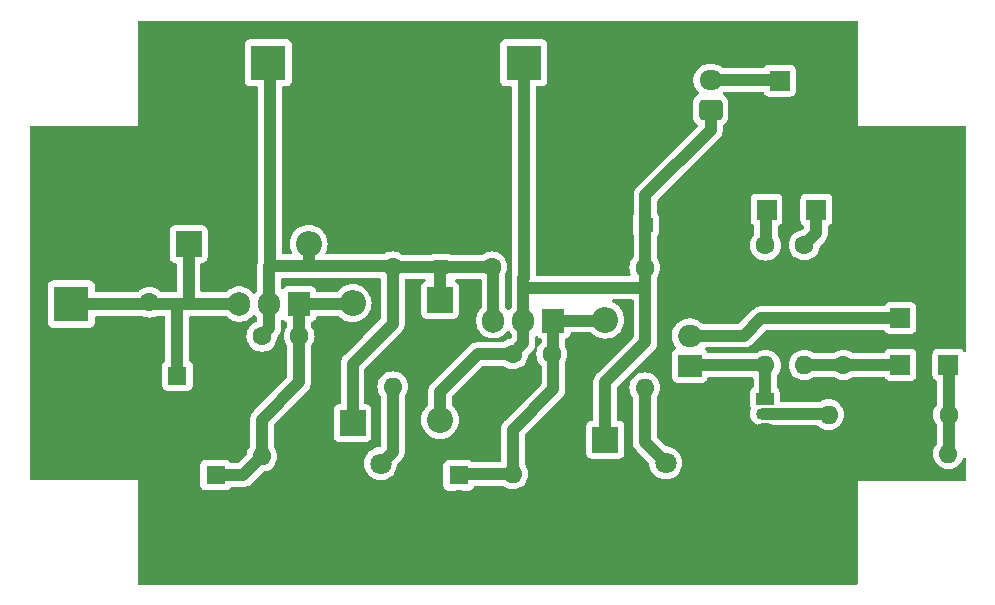
<source format=gbr>
%TF.GenerationSoftware,KiCad,Pcbnew,8.0.6*%
%TF.CreationDate,2024-11-28T23:01:37+02:00*%
%TF.ProjectId,elektro_bar,656c656b-7472-46f5-9f62-61722e6b6963,rev?*%
%TF.SameCoordinates,Original*%
%TF.FileFunction,Copper,L1,Top*%
%TF.FilePolarity,Positive*%
%FSLAX46Y46*%
G04 Gerber Fmt 4.6, Leading zero omitted, Abs format (unit mm)*
G04 Created by KiCad (PCBNEW 8.0.6) date 2024-11-28 23:01:37*
%MOMM*%
%LPD*%
G01*
G04 APERTURE LIST*
G04 Aperture macros list*
%AMRoundRect*
0 Rectangle with rounded corners*
0 $1 Rounding radius*
0 $2 $3 $4 $5 $6 $7 $8 $9 X,Y pos of 4 corners*
0 Add a 4 corners polygon primitive as box body*
4,1,4,$2,$3,$4,$5,$6,$7,$8,$9,$2,$3,0*
0 Add four circle primitives for the rounded corners*
1,1,$1+$1,$2,$3*
1,1,$1+$1,$4,$5*
1,1,$1+$1,$6,$7*
1,1,$1+$1,$8,$9*
0 Add four rect primitives between the rounded corners*
20,1,$1+$1,$2,$3,$4,$5,0*
20,1,$1+$1,$4,$5,$6,$7,0*
20,1,$1+$1,$6,$7,$8,$9,0*
20,1,$1+$1,$8,$9,$2,$3,0*%
G04 Aperture macros list end*
%TA.AperFunction,ComponentPad*%
%ADD10R,2.000000X1.905000*%
%TD*%
%TA.AperFunction,ComponentPad*%
%ADD11O,2.000000X1.905000*%
%TD*%
%TA.AperFunction,ComponentPad*%
%ADD12R,1.700000X1.700000*%
%TD*%
%TA.AperFunction,ComponentPad*%
%ADD13R,1.600000X1.600000*%
%TD*%
%TA.AperFunction,ComponentPad*%
%ADD14C,1.600000*%
%TD*%
%TA.AperFunction,ComponentPad*%
%ADD15RoundRect,0.250000X0.725000X-0.600000X0.725000X0.600000X-0.725000X0.600000X-0.725000X-0.600000X0*%
%TD*%
%TA.AperFunction,ComponentPad*%
%ADD16O,1.950000X1.700000*%
%TD*%
%TA.AperFunction,ComponentPad*%
%ADD17R,1.905000X2.000000*%
%TD*%
%TA.AperFunction,ComponentPad*%
%ADD18O,1.905000X2.000000*%
%TD*%
%TA.AperFunction,ComponentPad*%
%ADD19O,1.600000X1.600000*%
%TD*%
%TA.AperFunction,ComponentPad*%
%ADD20O,1.500000X1.050000*%
%TD*%
%TA.AperFunction,ComponentPad*%
%ADD21R,1.500000X1.050000*%
%TD*%
%TA.AperFunction,ComponentPad*%
%ADD22R,3.000000X3.000000*%
%TD*%
%TA.AperFunction,ComponentPad*%
%ADD23C,3.000000*%
%TD*%
%TA.AperFunction,ComponentPad*%
%ADD24R,1.800000X1.800000*%
%TD*%
%TA.AperFunction,ComponentPad*%
%ADD25C,1.800000*%
%TD*%
%TA.AperFunction,ComponentPad*%
%ADD26R,2.200000X2.200000*%
%TD*%
%TA.AperFunction,ComponentPad*%
%ADD27O,2.200000X2.200000*%
%TD*%
%TA.AperFunction,ComponentPad*%
%ADD28R,1.200000X1.200000*%
%TD*%
%TA.AperFunction,ComponentPad*%
%ADD29C,1.200000*%
%TD*%
%TA.AperFunction,Conductor*%
%ADD30C,1.000000*%
%TD*%
G04 APERTURE END LIST*
D10*
%TO.P,Q3,1,G*%
%TO.N,Net-(Q1-C)*%
X126746000Y-90678000D03*
D11*
%TO.P,Q3,2,D*%
%TO.N,Net-(J1-Pin_1)*%
X126746000Y-88138000D03*
%TO.P,Q3,3,S*%
%TO.N,GND*%
X126746000Y-85598000D03*
%TD*%
D12*
%TO.P,J4,1,Pin_1*%
%TO.N,GND*%
X134366000Y-70866000D03*
%TD*%
D13*
%TO.P,C7,1*%
%TO.N,+12V*%
X83362800Y-91536600D03*
D14*
%TO.P,C7,2*%
%TO.N,GND*%
X83362800Y-94036600D03*
%TD*%
D15*
%TO.P,J9,1,Pin_1*%
%TO.N,+5V*%
X128524000Y-69008000D03*
D16*
%TO.P,J9,2,Pin_2*%
%TO.N,Net-(J10-Pin_1)*%
X128524000Y-66508000D03*
%TO.P,J9,3,Pin_3*%
%TO.N,GND*%
X128524000Y-64008000D03*
%TD*%
D17*
%TO.P,U2,1,ADJ*%
%TO.N,Net-(D4-A)*%
X93680000Y-85468600D03*
D18*
%TO.P,U2,2,VO*%
%TO.N,+9V*%
X91140000Y-85468600D03*
%TO.P,U2,3,VI*%
%TO.N,+12V*%
X88600000Y-85468600D03*
%TD*%
D17*
%TO.P,U1,1,ADJ*%
%TO.N,Net-(D2-A)*%
X115200000Y-86868600D03*
D18*
%TO.P,U1,2,VO*%
%TO.N,+5V*%
X112660000Y-86868600D03*
%TO.P,U1,3,VI*%
%TO.N,+9V*%
X110120000Y-86868600D03*
%TD*%
D14*
%TO.P,R11,1*%
%TO.N,Net-(J12-Pin_1)*%
X139750800Y-90627200D03*
D19*
%TO.P,R11,2*%
%TO.N,GND*%
X139750800Y-80467200D03*
%TD*%
D14*
%TO.P,R10,1*%
%TO.N,Net-(J11-Pin_1)*%
X136448800Y-80467200D03*
D19*
%TO.P,R10,2*%
%TO.N,Net-(J12-Pin_1)*%
X136448800Y-90627200D03*
%TD*%
%TO.P,R9,2*%
%TO.N,Net-(J7-Pin_1)*%
X148651000Y-98130000D03*
D14*
%TO.P,R9,1*%
%TO.N,GND*%
X138491000Y-98130000D03*
%TD*%
D19*
%TO.P,R8,2*%
%TO.N,Net-(Q1-B)*%
X138513000Y-94828000D03*
D14*
%TO.P,R8,1*%
%TO.N,Net-(J7-Pin_1)*%
X148673000Y-94828000D03*
%TD*%
D19*
%TO.P,R7,2*%
%TO.N,Net-(Q1-C)*%
X133161000Y-90652000D03*
D14*
%TO.P,R7,1*%
%TO.N,Net-(J8-Pin_1)*%
X133161000Y-80492000D03*
%TD*%
%TO.P,R6,1*%
%TO.N,+5V*%
X122936000Y-82392600D03*
D19*
%TO.P,R6,2*%
%TO.N,Net-(D6-A)*%
X122936000Y-92552600D03*
%TD*%
D14*
%TO.P,R5,1*%
%TO.N,+9V*%
X101600000Y-82308600D03*
D19*
%TO.P,R5,2*%
%TO.N,Net-(D5-A)*%
X101600000Y-92468600D03*
%TD*%
D14*
%TO.P,R4,1*%
%TO.N,+9V*%
X90525000Y-88188600D03*
D19*
%TO.P,R4,2*%
%TO.N,Net-(D4-A)*%
X90525000Y-98348600D03*
%TD*%
D14*
%TO.P,R3,1*%
%TO.N,Net-(D4-A)*%
X93675000Y-88188600D03*
D19*
%TO.P,R3,2*%
%TO.N,GND*%
X93675000Y-98348600D03*
%TD*%
D14*
%TO.P,R2,1*%
%TO.N,Net-(D2-A)*%
X115062000Y-89688600D03*
D19*
%TO.P,R2,2*%
%TO.N,GND*%
X115062000Y-99848600D03*
%TD*%
%TO.P,R1,2*%
%TO.N,Net-(D2-A)*%
X111760000Y-99848600D03*
D14*
%TO.P,R1,1*%
%TO.N,+5V*%
X111760000Y-89688600D03*
%TD*%
D20*
%TO.P,Q1,3,E*%
%TO.N,GND*%
X133099000Y-96012000D03*
%TO.P,Q1,2,B*%
%TO.N,Net-(Q1-B)*%
X133099000Y-94742000D03*
D21*
%TO.P,Q1,1,C*%
%TO.N,Net-(Q1-C)*%
X133099000Y-93472000D03*
%TD*%
D12*
%TO.P,J12,1,Pin_1*%
%TO.N,Net-(J12-Pin_1)*%
X144587000Y-90605200D03*
%TD*%
%TO.P,J11,1,Pin_1*%
%TO.N,Net-(J11-Pin_1)*%
X137475000Y-77470000D03*
%TD*%
%TO.P,J10,1,Pin_1*%
%TO.N,Net-(J10-Pin_1)*%
X134366000Y-66548000D03*
%TD*%
%TO.P,J8,1,Pin_1*%
%TO.N,Net-(J8-Pin_1)*%
X133248400Y-77470000D03*
%TD*%
%TO.P,J7,1,Pin_1*%
%TO.N,Net-(J7-Pin_1)*%
X148651000Y-90605200D03*
%TD*%
%TO.P,J6,1,Pin_1*%
%TO.N,GND*%
X141732000Y-77470000D03*
%TD*%
D22*
%TO.P,J5,1,Pin_1*%
%TO.N,+9V*%
X91060000Y-65024000D03*
D23*
%TO.P,J5,2,Pin_2*%
%TO.N,GND*%
X96140000Y-65024000D03*
%TD*%
D22*
%TO.P,J3,1,Pin_1*%
%TO.N,+12V*%
X74400000Y-85468600D03*
D23*
%TO.P,J3,2,Pin_2*%
%TO.N,GND*%
X74400000Y-80388600D03*
%TD*%
D22*
%TO.P,J2,1,Pin_1*%
%TO.N,+5V*%
X112700000Y-65024000D03*
D23*
%TO.P,J2,2,Pin_2*%
%TO.N,GND*%
X117780000Y-65024000D03*
%TD*%
D12*
%TO.P,J1,1,Pin_1*%
%TO.N,Net-(J1-Pin_1)*%
X144576800Y-86642800D03*
%TD*%
D24*
%TO.P,D6,1,K*%
%TO.N,GND*%
X124714000Y-101447600D03*
D25*
%TO.P,D6,2,A*%
%TO.N,Net-(D6-A)*%
X124714000Y-98907600D03*
%TD*%
D24*
%TO.P,D5,1,K*%
%TO.N,GND*%
X100584000Y-101508600D03*
D25*
%TO.P,D5,2,A*%
%TO.N,Net-(D5-A)*%
X100584000Y-98968600D03*
%TD*%
D26*
%TO.P,D4,1,K*%
%TO.N,+9V*%
X98200000Y-95548600D03*
D27*
%TO.P,D4,2,A*%
%TO.N,Net-(D4-A)*%
X98200000Y-85388600D03*
%TD*%
D26*
%TO.P,D3,1,K*%
%TO.N,+12V*%
X84320000Y-80368600D03*
D27*
%TO.P,D3,2,A*%
%TO.N,+9V*%
X94480000Y-80368600D03*
%TD*%
D26*
%TO.P,D2,1,K*%
%TO.N,+5V*%
X119600000Y-96948600D03*
D27*
%TO.P,D2,2,A*%
%TO.N,Net-(D2-A)*%
X119600000Y-86788600D03*
%TD*%
D26*
%TO.P,D1,1,K*%
%TO.N,+9V*%
X105600000Y-85108600D03*
D27*
%TO.P,D1,2,A*%
%TO.N,+5V*%
X105600000Y-95268600D03*
%TD*%
D28*
%TO.P,C6,1*%
%TO.N,+9V*%
X105660000Y-82323600D03*
D29*
%TO.P,C6,2*%
%TO.N,GND*%
X105660000Y-80323600D03*
%TD*%
D14*
%TO.P,C5,2*%
%TO.N,GND*%
X86614000Y-101950600D03*
D13*
%TO.P,C5,1*%
%TO.N,Net-(D4-A)*%
X86614000Y-99950600D03*
%TD*%
D14*
%TO.P,C4,1*%
%TO.N,+12V*%
X81000000Y-85318600D03*
%TO.P,C4,2*%
%TO.N,GND*%
X81000000Y-82818600D03*
%TD*%
%TO.P,C3,1*%
%TO.N,+9V*%
X110000000Y-82318600D03*
%TO.P,C3,2*%
%TO.N,GND*%
X110000000Y-79818600D03*
%TD*%
D13*
%TO.P,C2,1*%
%TO.N,Net-(D2-A)*%
X107188000Y-99968600D03*
D14*
%TO.P,C2,2*%
%TO.N,GND*%
X107188000Y-101968600D03*
%TD*%
D28*
%TO.P,C1,1*%
%TO.N,+5V*%
X123019600Y-78740000D03*
D29*
%TO.P,C1,2*%
%TO.N,GND*%
X121019600Y-78740000D03*
%TD*%
D30*
%TO.N,+5V*%
X112660000Y-88788600D02*
X112660000Y-86868600D01*
X111760000Y-89688600D02*
X112660000Y-88788600D01*
X108812400Y-89688600D02*
X111760000Y-89688600D01*
X105600000Y-92901000D02*
X108812400Y-89688600D01*
X105600000Y-95268600D02*
X105600000Y-92901000D01*
%TO.N,Net-(J8-Pin_1)*%
X133223000Y-80430000D02*
X133161000Y-80492000D01*
X133223000Y-77610000D02*
X133223000Y-80430000D01*
X133261000Y-77572000D02*
X133223000Y-77610000D01*
%TO.N,Net-(J11-Pin_1)*%
X137431000Y-79485000D02*
X137431000Y-77514000D01*
X136448800Y-80467200D02*
X137431000Y-79485000D01*
X137431000Y-77514000D02*
X137475000Y-77470000D01*
%TO.N,Net-(J1-Pin_1)*%
X131318000Y-88138000D02*
X132813200Y-86642800D01*
X126746000Y-88138000D02*
X131318000Y-88138000D01*
%TO.N,Net-(Q1-C)*%
X126772000Y-90652000D02*
X126746000Y-90678000D01*
X133161000Y-90652000D02*
X126772000Y-90652000D01*
%TO.N,Net-(J1-Pin_1)*%
X132813200Y-86642800D02*
X144576800Y-86642800D01*
%TO.N,+5V*%
X123000000Y-76263000D02*
X128524000Y-70739000D01*
X128524000Y-70739000D02*
X128524000Y-69008000D01*
X123000000Y-86568600D02*
X123000000Y-76263000D01*
%TO.N,Net-(J7-Pin_1)*%
X148673000Y-94828000D02*
X148673000Y-90627200D01*
%TO.N,Net-(J12-Pin_1)*%
X144565000Y-90627200D02*
X136448800Y-90627200D01*
X144587000Y-90605200D02*
X144565000Y-90627200D01*
X144587000Y-90728800D02*
X144282200Y-90424000D01*
%TO.N,Net-(Q1-C)*%
X133084200Y-90728800D02*
X133161000Y-90652000D01*
%TO.N,+9V*%
X91200000Y-82208600D02*
X91140000Y-82268600D01*
X91200000Y-65164000D02*
X91200000Y-82208600D01*
X91060000Y-65024000D02*
X91200000Y-65164000D01*
%TO.N,+5V*%
X112660000Y-83292600D02*
X112660000Y-84068600D01*
X112700000Y-83252600D02*
X112660000Y-83292600D01*
X112700000Y-65024000D02*
X112700000Y-83252600D01*
%TO.N,+12V*%
X83362800Y-91536600D02*
X83362800Y-85468600D01*
%TO.N,Net-(Q1-C)*%
X133157000Y-93218000D02*
X133157000Y-90656000D01*
X133157000Y-90656000D02*
X133161000Y-90652000D01*
X132903000Y-93472000D02*
X133157000Y-93218000D01*
%TO.N,Net-(J10-Pin_1)*%
X134326000Y-66508000D02*
X134366000Y-66548000D01*
X128524000Y-66508000D02*
X134326000Y-66508000D01*
%TO.N,+5V*%
X112700000Y-65024000D02*
X112660000Y-65064000D01*
%TO.N,Net-(D5-A)*%
X101600000Y-97952600D02*
X100584000Y-98968600D01*
X101600000Y-92468600D02*
X101600000Y-97952600D01*
%TO.N,Net-(D2-A)*%
X107308000Y-99848600D02*
X107188000Y-99968600D01*
X111760000Y-99848600D02*
X107308000Y-99848600D01*
%TO.N,Net-(Q1-B)*%
X138427000Y-94742000D02*
X138513000Y-94828000D01*
X133411000Y-94742000D02*
X138427000Y-94742000D01*
%TO.N,Net-(J7-Pin_1)*%
X148673000Y-90627200D02*
X148651000Y-90605200D01*
X148673000Y-98108000D02*
X148651000Y-98130000D01*
X148673000Y-94828000D02*
X148673000Y-98108000D01*
X148651000Y-94806000D02*
X148673000Y-94828000D01*
%TO.N,Net-(Q1-B)*%
X138345000Y-94742000D02*
X138513000Y-94574000D01*
%TO.N,Net-(D6-A)*%
X122936000Y-97129600D02*
X124714000Y-98907600D01*
X122936000Y-92552600D02*
X122936000Y-97129600D01*
%TO.N,Net-(D2-A)*%
X111760000Y-96108600D02*
X111760000Y-99848600D01*
X115200000Y-92668600D02*
X111760000Y-96108600D01*
X115200000Y-86868600D02*
X115200000Y-92668600D01*
%TO.N,+9V*%
X105600000Y-82383600D02*
X105660000Y-82323600D01*
X105600000Y-85108600D02*
X105600000Y-82383600D01*
%TO.N,+5V*%
X119600000Y-92078600D02*
X119600000Y-96948600D01*
X123000000Y-88678600D02*
X119600000Y-92078600D01*
X123000000Y-86568600D02*
X123000000Y-88678600D01*
%TO.N,Net-(D4-A)*%
X93675000Y-92095600D02*
X93675000Y-88188600D01*
X90525000Y-95245600D02*
X93675000Y-92095600D01*
X90525000Y-98348600D02*
X90525000Y-95245600D01*
X88923000Y-99950600D02*
X90525000Y-98348600D01*
X86614000Y-99950600D02*
X88923000Y-99950600D01*
%TO.N,+12V*%
X82725000Y-85468600D02*
X84200000Y-85468600D01*
X74400000Y-85468600D02*
X82725000Y-85468600D01*
%TO.N,+9V*%
X98200000Y-90518600D02*
X98200000Y-95548600D01*
X101600000Y-87118600D02*
X98200000Y-90518600D01*
X101600000Y-82308600D02*
X101600000Y-87118600D01*
X91140000Y-87478600D02*
X91140000Y-85468600D01*
X90525000Y-88093600D02*
X91140000Y-87478600D01*
X90525000Y-88188600D02*
X90525000Y-88093600D01*
%TO.N,Net-(D4-A)*%
X93675000Y-85473600D02*
X93680000Y-85468600D01*
X93675000Y-88188600D02*
X93675000Y-85473600D01*
%TO.N,+5V*%
X123000000Y-84068600D02*
X123000000Y-86568600D01*
X112660000Y-84068600D02*
X123000000Y-84068600D01*
%TO.N,+9V*%
X94480000Y-82248600D02*
X94500000Y-82268600D01*
X94500000Y-82268600D02*
X91140000Y-82268600D01*
X94480000Y-80368600D02*
X94480000Y-82248600D01*
X101560000Y-82268600D02*
X94500000Y-82268600D01*
X101600000Y-82308600D02*
X101560000Y-82268600D01*
%TO.N,+12V*%
X84320000Y-80368600D02*
X84320000Y-85348600D01*
X84320000Y-85348600D02*
X84200000Y-85468600D01*
%TO.N,+9V*%
X110120000Y-82338600D02*
X110120000Y-86868600D01*
X109910000Y-82338600D02*
X110120000Y-82338600D01*
X109895000Y-82323600D02*
X109910000Y-82338600D01*
X105660000Y-82323600D02*
X109895000Y-82323600D01*
%TO.N,+5V*%
X112660000Y-84068600D02*
X112660000Y-86868600D01*
%TO.N,Net-(D2-A)*%
X115200000Y-86868600D02*
X119520000Y-86868600D01*
X119520000Y-86868600D02*
X119600000Y-86788600D01*
%TO.N,+9V*%
X101600000Y-82308600D02*
X105645000Y-82308600D01*
%TO.N,Net-(D4-A)*%
X93680000Y-85468600D02*
X98120000Y-85468600D01*
X98120000Y-85468600D02*
X98200000Y-85388600D01*
%TO.N,+9V*%
X91140000Y-85468600D02*
X91140000Y-82268600D01*
%TO.N,+12V*%
X84200000Y-85468600D02*
X88600000Y-85468600D01*
%TD*%
%TA.AperFunction,Conductor*%
%TO.N,GND*%
G36*
X140913039Y-61480185D02*
G01*
X140958794Y-61532989D01*
X140970000Y-61584500D01*
X140970000Y-70358000D01*
X149997500Y-70358000D01*
X150064539Y-70377685D01*
X150110294Y-70430489D01*
X150121500Y-70482000D01*
X150121500Y-89376358D01*
X150101815Y-89443397D01*
X150049011Y-89489152D01*
X149979853Y-89499096D01*
X149916297Y-89470071D01*
X149898234Y-89450670D01*
X149880050Y-89426380D01*
X149858546Y-89397654D01*
X149858544Y-89397653D01*
X149858544Y-89397652D01*
X149743335Y-89311406D01*
X149743328Y-89311402D01*
X149608482Y-89261108D01*
X149608483Y-89261108D01*
X149548883Y-89254701D01*
X149548881Y-89254700D01*
X149548873Y-89254700D01*
X149548864Y-89254700D01*
X147753129Y-89254700D01*
X147753123Y-89254701D01*
X147693516Y-89261108D01*
X147558671Y-89311402D01*
X147558664Y-89311406D01*
X147443455Y-89397652D01*
X147443452Y-89397655D01*
X147357206Y-89512864D01*
X147357202Y-89512871D01*
X147306908Y-89647717D01*
X147302513Y-89688600D01*
X147300501Y-89707323D01*
X147300500Y-89707335D01*
X147300500Y-91503070D01*
X147300501Y-91503076D01*
X147306908Y-91562683D01*
X147357202Y-91697528D01*
X147357206Y-91697535D01*
X147443452Y-91812744D01*
X147443454Y-91812746D01*
X147558664Y-91898993D01*
X147558669Y-91898996D01*
X147591832Y-91911365D01*
X147647766Y-91953234D01*
X147672184Y-92018698D01*
X147672500Y-92027547D01*
X147672500Y-93950410D01*
X147652815Y-94017449D01*
X147650076Y-94021532D01*
X147542431Y-94175267D01*
X147446261Y-94381502D01*
X147446258Y-94381511D01*
X147387366Y-94601302D01*
X147387364Y-94601313D01*
X147367532Y-94827998D01*
X147367532Y-94828001D01*
X147387364Y-95054686D01*
X147387366Y-95054697D01*
X147446258Y-95274488D01*
X147446261Y-95274497D01*
X147542431Y-95480732D01*
X147542432Y-95480734D01*
X147630328Y-95606264D01*
X147650075Y-95634465D01*
X147672402Y-95700671D01*
X147672500Y-95705588D01*
X147672500Y-97220991D01*
X147652815Y-97288030D01*
X147650075Y-97292114D01*
X147520432Y-97477265D01*
X147520431Y-97477267D01*
X147424261Y-97683502D01*
X147424258Y-97683511D01*
X147365366Y-97903302D01*
X147365364Y-97903313D01*
X147345532Y-98129998D01*
X147345532Y-98130001D01*
X147365364Y-98356686D01*
X147365366Y-98356697D01*
X147424258Y-98576488D01*
X147424261Y-98576497D01*
X147520431Y-98782732D01*
X147520432Y-98782734D01*
X147650954Y-98969141D01*
X147811858Y-99130045D01*
X147811861Y-99130047D01*
X147998266Y-99260568D01*
X148204504Y-99356739D01*
X148424308Y-99415635D01*
X148586230Y-99429801D01*
X148650998Y-99435468D01*
X148651000Y-99435468D01*
X148651002Y-99435468D01*
X148707673Y-99430509D01*
X148877692Y-99415635D01*
X149097496Y-99356739D01*
X149303734Y-99260568D01*
X149490139Y-99130047D01*
X149651047Y-98969139D01*
X149781568Y-98782734D01*
X149877739Y-98576496D01*
X149877741Y-98576488D01*
X149879593Y-98571402D01*
X149880632Y-98571780D01*
X149914087Y-98516891D01*
X149976933Y-98486360D01*
X150046309Y-98494652D01*
X150100188Y-98539136D01*
X150121465Y-98605687D01*
X150121500Y-98608642D01*
X150121500Y-100362000D01*
X150101815Y-100429039D01*
X150049011Y-100474794D01*
X149997500Y-100486000D01*
X140970000Y-100486000D01*
X140970000Y-109103500D01*
X140950315Y-109170539D01*
X140897511Y-109216294D01*
X140846000Y-109227500D01*
X80134000Y-109227500D01*
X80066961Y-109207815D01*
X80021206Y-109155011D01*
X80010000Y-109103500D01*
X80010000Y-100330000D01*
X70982500Y-100330000D01*
X70915461Y-100310315D01*
X70869706Y-100257511D01*
X70858500Y-100206000D01*
X70858500Y-83920735D01*
X72399500Y-83920735D01*
X72399500Y-87016470D01*
X72399501Y-87016476D01*
X72405908Y-87076083D01*
X72456202Y-87210928D01*
X72456206Y-87210935D01*
X72542452Y-87326144D01*
X72542455Y-87326147D01*
X72657664Y-87412393D01*
X72657671Y-87412397D01*
X72792517Y-87462691D01*
X72792516Y-87462691D01*
X72799444Y-87463435D01*
X72852127Y-87469100D01*
X75947872Y-87469099D01*
X76007483Y-87462691D01*
X76142331Y-87412396D01*
X76257546Y-87326146D01*
X76343796Y-87210931D01*
X76394091Y-87076083D01*
X76400500Y-87016473D01*
X76400500Y-86593100D01*
X76420185Y-86526061D01*
X76472989Y-86480306D01*
X76524500Y-86469100D01*
X80362520Y-86469100D01*
X80414924Y-86480717D01*
X80553504Y-86545339D01*
X80773308Y-86604235D01*
X80935230Y-86618401D01*
X80999998Y-86624068D01*
X81000000Y-86624068D01*
X81000002Y-86624068D01*
X81056673Y-86619109D01*
X81226692Y-86604235D01*
X81446496Y-86545339D01*
X81585075Y-86480717D01*
X81637480Y-86469100D01*
X82238300Y-86469100D01*
X82305339Y-86488785D01*
X82351094Y-86541589D01*
X82362300Y-86593100D01*
X82362300Y-90199419D01*
X82342615Y-90266458D01*
X82312612Y-90298685D01*
X82205252Y-90379055D01*
X82119006Y-90494264D01*
X82119002Y-90494271D01*
X82068708Y-90629117D01*
X82062301Y-90688716D01*
X82062301Y-90688723D01*
X82062300Y-90688735D01*
X82062300Y-92384470D01*
X82062301Y-92384476D01*
X82068708Y-92444083D01*
X82119002Y-92578928D01*
X82119006Y-92578935D01*
X82205252Y-92694144D01*
X82205255Y-92694147D01*
X82320464Y-92780393D01*
X82320471Y-92780397D01*
X82455317Y-92830691D01*
X82455316Y-92830691D01*
X82462244Y-92831435D01*
X82514927Y-92837100D01*
X84210672Y-92837099D01*
X84270283Y-92830691D01*
X84405131Y-92780396D01*
X84520346Y-92694146D01*
X84606596Y-92578931D01*
X84656891Y-92444083D01*
X84663300Y-92384473D01*
X84663299Y-90688728D01*
X84656891Y-90629117D01*
X84656176Y-90627201D01*
X84606597Y-90494271D01*
X84606593Y-90494264D01*
X84520347Y-90379055D01*
X84412988Y-90298685D01*
X84371118Y-90242751D01*
X84363300Y-90199419D01*
X84363300Y-86593100D01*
X84382985Y-86526061D01*
X84435789Y-86480306D01*
X84487300Y-86469100D01*
X87446786Y-86469100D01*
X87513825Y-86488785D01*
X87534467Y-86505419D01*
X87653434Y-86624386D01*
X87838462Y-86758817D01*
X87968652Y-86825152D01*
X88042244Y-86862649D01*
X88259751Y-86933321D01*
X88259752Y-86933321D01*
X88259755Y-86933322D01*
X88485646Y-86969100D01*
X88485647Y-86969100D01*
X88714353Y-86969100D01*
X88714354Y-86969100D01*
X88940245Y-86933322D01*
X88940248Y-86933321D01*
X88940249Y-86933321D01*
X89157755Y-86862649D01*
X89157755Y-86862648D01*
X89157758Y-86862648D01*
X89361538Y-86758817D01*
X89546566Y-86624386D01*
X89708286Y-86462666D01*
X89769683Y-86378159D01*
X89825012Y-86335496D01*
X89894625Y-86329517D01*
X89956420Y-86362123D01*
X89970314Y-86378156D01*
X90031714Y-86462666D01*
X90031716Y-86462668D01*
X90103181Y-86534133D01*
X90136666Y-86595456D01*
X90139500Y-86621814D01*
X90139500Y-86854421D01*
X90119815Y-86921460D01*
X90067905Y-86966803D01*
X89872267Y-87058031D01*
X89872265Y-87058032D01*
X89685858Y-87188554D01*
X89524954Y-87349458D01*
X89394432Y-87535865D01*
X89394431Y-87535867D01*
X89298261Y-87742102D01*
X89298258Y-87742111D01*
X89239366Y-87961902D01*
X89239364Y-87961913D01*
X89219532Y-88188598D01*
X89219532Y-88188601D01*
X89239364Y-88415286D01*
X89239366Y-88415297D01*
X89298258Y-88635088D01*
X89298261Y-88635097D01*
X89394431Y-88841332D01*
X89394432Y-88841334D01*
X89524954Y-89027741D01*
X89685858Y-89188645D01*
X89685861Y-89188647D01*
X89872266Y-89319168D01*
X90078504Y-89415339D01*
X90078509Y-89415340D01*
X90078511Y-89415341D01*
X90119710Y-89426380D01*
X90298308Y-89474235D01*
X90460230Y-89488401D01*
X90524998Y-89494068D01*
X90525000Y-89494068D01*
X90525002Y-89494068D01*
X90581673Y-89489109D01*
X90751692Y-89474235D01*
X90971496Y-89415339D01*
X91177734Y-89319168D01*
X91364139Y-89188647D01*
X91525047Y-89027739D01*
X91655568Y-88841334D01*
X91751739Y-88635096D01*
X91810635Y-88415292D01*
X91825148Y-88249397D01*
X91850600Y-88184330D01*
X91860984Y-88172535D01*
X91917139Y-88116382D01*
X91941014Y-88080651D01*
X92026632Y-87952514D01*
X92033225Y-87936597D01*
X92090735Y-87797756D01*
X92102049Y-87770440D01*
X92102051Y-87770436D01*
X92140500Y-87577141D01*
X92140500Y-87380060D01*
X92140500Y-86892191D01*
X92160185Y-86825152D01*
X92212989Y-86779397D01*
X92282147Y-86769453D01*
X92345703Y-86798478D01*
X92363767Y-86817881D01*
X92369954Y-86826146D01*
X92369955Y-86826147D01*
X92485164Y-86912393D01*
X92485171Y-86912397D01*
X92593833Y-86952925D01*
X92649767Y-86994796D01*
X92674184Y-87060260D01*
X92674500Y-87069107D01*
X92674500Y-87311010D01*
X92654815Y-87378049D01*
X92652076Y-87382132D01*
X92544431Y-87535867D01*
X92448261Y-87742102D01*
X92448258Y-87742111D01*
X92389366Y-87961902D01*
X92389364Y-87961913D01*
X92369532Y-88188598D01*
X92369532Y-88188601D01*
X92389364Y-88415286D01*
X92389366Y-88415297D01*
X92448258Y-88635088D01*
X92448261Y-88635097D01*
X92528727Y-88807654D01*
X92544432Y-88841334D01*
X92634829Y-88970436D01*
X92652075Y-88995065D01*
X92674402Y-89061271D01*
X92674500Y-89066188D01*
X92674500Y-91629817D01*
X92654815Y-91696856D01*
X92638181Y-91717498D01*
X89887220Y-94468459D01*
X89887218Y-94468461D01*
X89817538Y-94538140D01*
X89747859Y-94607819D01*
X89638369Y-94771682D01*
X89638035Y-94772489D01*
X89609848Y-94840540D01*
X89562949Y-94953764D01*
X89550281Y-95017452D01*
X89524500Y-95147056D01*
X89524500Y-97471010D01*
X89504815Y-97538049D01*
X89502076Y-97542132D01*
X89394431Y-97695867D01*
X89298261Y-97902102D01*
X89298258Y-97902111D01*
X89239366Y-98121902D01*
X89239364Y-98121911D01*
X89233958Y-98183696D01*
X89208504Y-98248764D01*
X89198111Y-98260567D01*
X88544899Y-98913781D01*
X88483576Y-98947266D01*
X88457218Y-98950100D01*
X87951180Y-98950100D01*
X87884141Y-98930415D01*
X87851913Y-98900411D01*
X87771546Y-98793054D01*
X87748709Y-98775958D01*
X87656335Y-98706806D01*
X87656328Y-98706802D01*
X87521482Y-98656508D01*
X87521483Y-98656508D01*
X87461883Y-98650101D01*
X87461881Y-98650100D01*
X87461873Y-98650100D01*
X87461864Y-98650100D01*
X85766129Y-98650100D01*
X85766123Y-98650101D01*
X85706516Y-98656508D01*
X85571671Y-98706802D01*
X85571664Y-98706806D01*
X85456455Y-98793052D01*
X85456452Y-98793055D01*
X85370206Y-98908264D01*
X85370202Y-98908271D01*
X85319908Y-99043117D01*
X85313501Y-99102716D01*
X85313500Y-99102735D01*
X85313500Y-100798470D01*
X85313501Y-100798476D01*
X85319908Y-100858083D01*
X85370202Y-100992928D01*
X85370206Y-100992935D01*
X85456452Y-101108144D01*
X85456455Y-101108147D01*
X85571664Y-101194393D01*
X85571671Y-101194397D01*
X85706517Y-101244691D01*
X85706516Y-101244691D01*
X85713444Y-101245435D01*
X85766127Y-101251100D01*
X87461872Y-101251099D01*
X87521483Y-101244691D01*
X87656331Y-101194396D01*
X87771546Y-101108146D01*
X87851914Y-101000788D01*
X87907847Y-100958918D01*
X87951180Y-100951100D01*
X89021543Y-100951100D01*
X89090076Y-100937467D01*
X89124344Y-100930651D01*
X89214836Y-100912651D01*
X89268165Y-100890561D01*
X89396914Y-100837232D01*
X89560782Y-100727739D01*
X89700139Y-100588382D01*
X89700140Y-100588379D01*
X89707206Y-100581314D01*
X89707209Y-100581310D01*
X90613033Y-99675485D01*
X90674354Y-99642002D01*
X90689898Y-99639641D01*
X90751692Y-99634235D01*
X90971496Y-99575339D01*
X91177734Y-99479168D01*
X91364139Y-99348647D01*
X91525047Y-99187739D01*
X91655568Y-99001334D01*
X91670835Y-98968593D01*
X99178700Y-98968593D01*
X99178700Y-98968606D01*
X99197864Y-99199897D01*
X99197866Y-99199908D01*
X99254842Y-99424900D01*
X99348075Y-99637448D01*
X99475016Y-99831747D01*
X99475019Y-99831751D01*
X99475021Y-99831753D01*
X99632216Y-100002513D01*
X99632219Y-100002515D01*
X99632222Y-100002518D01*
X99815365Y-100145064D01*
X99815371Y-100145068D01*
X99815374Y-100145070D01*
X100019497Y-100255536D01*
X100133487Y-100294668D01*
X100239015Y-100330897D01*
X100239017Y-100330897D01*
X100239019Y-100330898D01*
X100467951Y-100369100D01*
X100467952Y-100369100D01*
X100700048Y-100369100D01*
X100700049Y-100369100D01*
X100928981Y-100330898D01*
X101148503Y-100255536D01*
X101352626Y-100145070D01*
X101535784Y-100002513D01*
X101692979Y-99831753D01*
X101819924Y-99637449D01*
X101913157Y-99424900D01*
X101970134Y-99199905D01*
X101984676Y-99024385D01*
X102009829Y-98959203D01*
X102020564Y-98946954D01*
X102237778Y-98729741D01*
X102237782Y-98729739D01*
X102377139Y-98590382D01*
X102486632Y-98426514D01*
X102495070Y-98406144D01*
X102518906Y-98348598D01*
X102562051Y-98244435D01*
X102584814Y-98129998D01*
X102600500Y-98051143D01*
X102600500Y-93346188D01*
X102620185Y-93279149D01*
X102622925Y-93275065D01*
X102730568Y-93121334D01*
X102826739Y-92915096D01*
X102885635Y-92695292D01*
X102904703Y-92477342D01*
X102905468Y-92468601D01*
X102905468Y-92468598D01*
X102892984Y-92325908D01*
X102885635Y-92241908D01*
X102840723Y-92074293D01*
X102826741Y-92022111D01*
X102826738Y-92022102D01*
X102807133Y-91980059D01*
X102730568Y-91815866D01*
X102600047Y-91629461D01*
X102600045Y-91629458D01*
X102439141Y-91468554D01*
X102252734Y-91338032D01*
X102252732Y-91338031D01*
X102046497Y-91241861D01*
X102046488Y-91241858D01*
X101826697Y-91182966D01*
X101826693Y-91182965D01*
X101826692Y-91182965D01*
X101826691Y-91182964D01*
X101826686Y-91182964D01*
X101600002Y-91163132D01*
X101599998Y-91163132D01*
X101373313Y-91182964D01*
X101373302Y-91182966D01*
X101153511Y-91241858D01*
X101153502Y-91241861D01*
X100947267Y-91338031D01*
X100947265Y-91338032D01*
X100760858Y-91468554D01*
X100599954Y-91629458D01*
X100469432Y-91815865D01*
X100469431Y-91815867D01*
X100373261Y-92022102D01*
X100373258Y-92022111D01*
X100314366Y-92241902D01*
X100314364Y-92241913D01*
X100294532Y-92468598D01*
X100294532Y-92468601D01*
X100314364Y-92695286D01*
X100314366Y-92695297D01*
X100373258Y-92915088D01*
X100373261Y-92915097D01*
X100469431Y-93121332D01*
X100469432Y-93121334D01*
X100484266Y-93142520D01*
X100577075Y-93275065D01*
X100599402Y-93341271D01*
X100599500Y-93346188D01*
X100599500Y-97444100D01*
X100579815Y-97511139D01*
X100527011Y-97556894D01*
X100475500Y-97568100D01*
X100467951Y-97568100D01*
X100422164Y-97575740D01*
X100239015Y-97606302D01*
X100019504Y-97681661D01*
X100019495Y-97681664D01*
X99815371Y-97792131D01*
X99815365Y-97792135D01*
X99632222Y-97934681D01*
X99632219Y-97934684D01*
X99475016Y-98105452D01*
X99348075Y-98299751D01*
X99254842Y-98512299D01*
X99197866Y-98737291D01*
X99197864Y-98737302D01*
X99178700Y-98968593D01*
X91670835Y-98968593D01*
X91751739Y-98795096D01*
X91810635Y-98575292D01*
X91830468Y-98348600D01*
X91810635Y-98121908D01*
X91751739Y-97902104D01*
X91655568Y-97695866D01*
X91558260Y-97556894D01*
X91547924Y-97542132D01*
X91525597Y-97475926D01*
X91525500Y-97471010D01*
X91525500Y-95711382D01*
X91545185Y-95644343D01*
X91561819Y-95623701D01*
X94452135Y-92733386D01*
X94452138Y-92733383D01*
X94452138Y-92733382D01*
X94452140Y-92733381D01*
X94513672Y-92641291D01*
X94561632Y-92569514D01*
X94637051Y-92387435D01*
X94660439Y-92269856D01*
X94675500Y-92194143D01*
X94675500Y-89066188D01*
X94695185Y-88999149D01*
X94697925Y-88995065D01*
X94703843Y-88986613D01*
X94805568Y-88841334D01*
X94901739Y-88635096D01*
X94960635Y-88415292D01*
X94980468Y-88188600D01*
X94980094Y-88184330D01*
X94973673Y-88110928D01*
X94960635Y-87961908D01*
X94909332Y-87770440D01*
X94901741Y-87742111D01*
X94901738Y-87742102D01*
X94897145Y-87732253D01*
X94805568Y-87535866D01*
X94697924Y-87382132D01*
X94675597Y-87315926D01*
X94675500Y-87311010D01*
X94675500Y-87072837D01*
X94695185Y-87005798D01*
X94747989Y-86960043D01*
X94756167Y-86956655D01*
X94874828Y-86912397D01*
X94874827Y-86912397D01*
X94874831Y-86912396D01*
X94990046Y-86826146D01*
X95076296Y-86710931D01*
X95126591Y-86576083D01*
X95126591Y-86576081D01*
X95128374Y-86568538D01*
X95130646Y-86569074D01*
X95152929Y-86515288D01*
X95210323Y-86475443D01*
X95249476Y-86469100D01*
X96960873Y-86469100D01*
X97027912Y-86488785D01*
X97055163Y-86512569D01*
X97058497Y-86516473D01*
X97064776Y-86523824D01*
X97145888Y-86593100D01*
X97256343Y-86687438D01*
X97256346Y-86687439D01*
X97471140Y-86819066D01*
X97576360Y-86862649D01*
X97703889Y-86915473D01*
X97948852Y-86974283D01*
X98200000Y-86994049D01*
X98451148Y-86974283D01*
X98696111Y-86915473D01*
X98928859Y-86819066D01*
X99143659Y-86687436D01*
X99335224Y-86523824D01*
X99498836Y-86332259D01*
X99630466Y-86117459D01*
X99726873Y-85884711D01*
X99785683Y-85639748D01*
X99805449Y-85388600D01*
X99785683Y-85137452D01*
X99726873Y-84892489D01*
X99630466Y-84659741D01*
X99630466Y-84659740D01*
X99498839Y-84444946D01*
X99498838Y-84444943D01*
X99445442Y-84382425D01*
X99335224Y-84253376D01*
X99168588Y-84111055D01*
X99143656Y-84089761D01*
X99143653Y-84089760D01*
X98928859Y-83958133D01*
X98696110Y-83861726D01*
X98451151Y-83802917D01*
X98200000Y-83783151D01*
X97948848Y-83802917D01*
X97703889Y-83861726D01*
X97471140Y-83958133D01*
X97256346Y-84089760D01*
X97256343Y-84089761D01*
X97096520Y-84226264D01*
X97064776Y-84253376D01*
X96966308Y-84368668D01*
X96918510Y-84424632D01*
X96860003Y-84462825D01*
X96824220Y-84468100D01*
X95249477Y-84468100D01*
X95182438Y-84448415D01*
X95136683Y-84395611D01*
X95129233Y-84368465D01*
X95128376Y-84368668D01*
X95126592Y-84361120D01*
X95076297Y-84226271D01*
X95076293Y-84226264D01*
X94990047Y-84111055D01*
X94990044Y-84111052D01*
X94874835Y-84024806D01*
X94874828Y-84024802D01*
X94739982Y-83974508D01*
X94739983Y-83974508D01*
X94680383Y-83968101D01*
X94680381Y-83968100D01*
X94680373Y-83968100D01*
X94680364Y-83968100D01*
X92679629Y-83968100D01*
X92679623Y-83968101D01*
X92620016Y-83974508D01*
X92485171Y-84024802D01*
X92485164Y-84024806D01*
X92369955Y-84111052D01*
X92369953Y-84111054D01*
X92363765Y-84119321D01*
X92307830Y-84161191D01*
X92238139Y-84166173D01*
X92176816Y-84132687D01*
X92143333Y-84071363D01*
X92140500Y-84045008D01*
X92140500Y-83393100D01*
X92160185Y-83326061D01*
X92212989Y-83280306D01*
X92264500Y-83269100D01*
X94401459Y-83269100D01*
X94401460Y-83269100D01*
X94598540Y-83269100D01*
X100475500Y-83269100D01*
X100542539Y-83288785D01*
X100588294Y-83341589D01*
X100599500Y-83393100D01*
X100599500Y-86652817D01*
X100579815Y-86719856D01*
X100563181Y-86740498D01*
X99078527Y-88225152D01*
X97562221Y-89741458D01*
X97562218Y-89741461D01*
X97527048Y-89776631D01*
X97422859Y-89880819D01*
X97313371Y-90044679D01*
X97313366Y-90044689D01*
X97275922Y-90135088D01*
X97260038Y-90173434D01*
X97246756Y-90205504D01*
X97240527Y-90220540D01*
X97237948Y-90226767D01*
X97237947Y-90226771D01*
X97199500Y-90420054D01*
X97199500Y-93824100D01*
X97179815Y-93891139D01*
X97127011Y-93936894D01*
X97075505Y-93948100D01*
X97052132Y-93948100D01*
X97052123Y-93948101D01*
X96992516Y-93954508D01*
X96857671Y-94004802D01*
X96857664Y-94004806D01*
X96742455Y-94091052D01*
X96742452Y-94091055D01*
X96656206Y-94206264D01*
X96656202Y-94206271D01*
X96605908Y-94341117D01*
X96599501Y-94400716D01*
X96599501Y-94400723D01*
X96599500Y-94400735D01*
X96599500Y-96696470D01*
X96599501Y-96696476D01*
X96605908Y-96756083D01*
X96656202Y-96890928D01*
X96656206Y-96890935D01*
X96742452Y-97006144D01*
X96742455Y-97006147D01*
X96857664Y-97092393D01*
X96857671Y-97092397D01*
X96992517Y-97142691D01*
X96992516Y-97142691D01*
X96999444Y-97143435D01*
X97052127Y-97149100D01*
X99347872Y-97149099D01*
X99407483Y-97142691D01*
X99542331Y-97092396D01*
X99657546Y-97006146D01*
X99743796Y-96890931D01*
X99794091Y-96756083D01*
X99800500Y-96696473D01*
X99800499Y-94400728D01*
X99794091Y-94341117D01*
X99788058Y-94324943D01*
X99743797Y-94206271D01*
X99743793Y-94206264D01*
X99657547Y-94091055D01*
X99657544Y-94091052D01*
X99542335Y-94004806D01*
X99542328Y-94004802D01*
X99407482Y-93954508D01*
X99407483Y-93954508D01*
X99347883Y-93948101D01*
X99347881Y-93948100D01*
X99347873Y-93948100D01*
X99347865Y-93948100D01*
X99324500Y-93948100D01*
X99257461Y-93928415D01*
X99211706Y-93875611D01*
X99200500Y-93824100D01*
X99200500Y-90984381D01*
X99220185Y-90917342D01*
X99236814Y-90896705D01*
X102237778Y-87895741D01*
X102237782Y-87895739D01*
X102377139Y-87756382D01*
X102486632Y-87592514D01*
X102535782Y-87473855D01*
X102540406Y-87462692D01*
X102540406Y-87462691D01*
X102562051Y-87410436D01*
X102586385Y-87288100D01*
X102600500Y-87217141D01*
X102600500Y-83433100D01*
X102620185Y-83366061D01*
X102672989Y-83320306D01*
X102724500Y-83309100D01*
X104255952Y-83309100D01*
X104322991Y-83328785D01*
X104368746Y-83381589D01*
X104378690Y-83450747D01*
X104349665Y-83514303D01*
X104299285Y-83549282D01*
X104257671Y-83564802D01*
X104257664Y-83564806D01*
X104142455Y-83651052D01*
X104142452Y-83651055D01*
X104056206Y-83766264D01*
X104056202Y-83766271D01*
X104005908Y-83901117D01*
X103999779Y-83958133D01*
X103999501Y-83960723D01*
X103999500Y-83960735D01*
X103999500Y-86256470D01*
X103999501Y-86256476D01*
X104005908Y-86316083D01*
X104056202Y-86450928D01*
X104056206Y-86450935D01*
X104142452Y-86566144D01*
X104142455Y-86566147D01*
X104257664Y-86652393D01*
X104257671Y-86652397D01*
X104392517Y-86702691D01*
X104392516Y-86702691D01*
X104399444Y-86703435D01*
X104452127Y-86709100D01*
X106747872Y-86709099D01*
X106807483Y-86702691D01*
X106942331Y-86652396D01*
X107057546Y-86566146D01*
X107143796Y-86450931D01*
X107194091Y-86316083D01*
X107200500Y-86256473D01*
X107200499Y-83960728D01*
X107194091Y-83901117D01*
X107179399Y-83861727D01*
X107143797Y-83766271D01*
X107143793Y-83766264D01*
X107057547Y-83651055D01*
X107057544Y-83651052D01*
X106942335Y-83564806D01*
X106942326Y-83564801D01*
X106940931Y-83564281D01*
X106939738Y-83563388D01*
X106934546Y-83560553D01*
X106934953Y-83559806D01*
X106884998Y-83522410D01*
X106860582Y-83456945D01*
X106875434Y-83388672D01*
X106924840Y-83339267D01*
X106984266Y-83324100D01*
X108995500Y-83324100D01*
X109062539Y-83343785D01*
X109108294Y-83396589D01*
X109119500Y-83448100D01*
X109119500Y-85715386D01*
X109099815Y-85782425D01*
X109083181Y-85803067D01*
X109011716Y-85874531D01*
X109011716Y-85874532D01*
X109011714Y-85874534D01*
X109004321Y-85884710D01*
X108877283Y-86059561D01*
X108773450Y-86263344D01*
X108702778Y-86480850D01*
X108702778Y-86480853D01*
X108667000Y-86706746D01*
X108667000Y-87030453D01*
X108702778Y-87256346D01*
X108702778Y-87256349D01*
X108773450Y-87473855D01*
X108833910Y-87592514D01*
X108877283Y-87677638D01*
X109011714Y-87862666D01*
X109173434Y-88024386D01*
X109358462Y-88158817D01*
X109542037Y-88252353D01*
X109562244Y-88262649D01*
X109779751Y-88333321D01*
X109779752Y-88333321D01*
X109779755Y-88333322D01*
X110005646Y-88369100D01*
X110005647Y-88369100D01*
X110234353Y-88369100D01*
X110234354Y-88369100D01*
X110460245Y-88333322D01*
X110460248Y-88333321D01*
X110460249Y-88333321D01*
X110677755Y-88262649D01*
X110677755Y-88262648D01*
X110677758Y-88262648D01*
X110881538Y-88158817D01*
X111066566Y-88024386D01*
X111228286Y-87862666D01*
X111289683Y-87778159D01*
X111345012Y-87735496D01*
X111414625Y-87729517D01*
X111476420Y-87762123D01*
X111490314Y-87778156D01*
X111551714Y-87862666D01*
X111551715Y-87862667D01*
X111551716Y-87862668D01*
X111623181Y-87934133D01*
X111656666Y-87995456D01*
X111659500Y-88021814D01*
X111659500Y-88278299D01*
X111639815Y-88345338D01*
X111587011Y-88391093D01*
X111546313Y-88401827D01*
X111541706Y-88402230D01*
X111533308Y-88402965D01*
X111533306Y-88402965D01*
X111533302Y-88402966D01*
X111313511Y-88461858D01*
X111313502Y-88461861D01*
X111107267Y-88558031D01*
X111107265Y-88558032D01*
X111004595Y-88629922D01*
X110960853Y-88660551D01*
X110953535Y-88665675D01*
X110887329Y-88688002D01*
X110882412Y-88688100D01*
X108713856Y-88688100D01*
X108704009Y-88690059D01*
X108704004Y-88690060D01*
X108520572Y-88726546D01*
X108520564Y-88726548D01*
X108338488Y-88801966D01*
X108338479Y-88801971D01*
X108174619Y-88911459D01*
X108174617Y-88911461D01*
X106558342Y-90527737D01*
X104962220Y-92123859D01*
X104962218Y-92123861D01*
X104892538Y-92193540D01*
X104822859Y-92263219D01*
X104713371Y-92427079D01*
X104713364Y-92427092D01*
X104637950Y-92609160D01*
X104637947Y-92609170D01*
X104599500Y-92802456D01*
X104599500Y-93961145D01*
X104579815Y-94028184D01*
X104556032Y-94055435D01*
X104464776Y-94133376D01*
X104301161Y-94324943D01*
X104301160Y-94324946D01*
X104169533Y-94539740D01*
X104073126Y-94772489D01*
X104014317Y-95017448D01*
X103994551Y-95268600D01*
X104014317Y-95519751D01*
X104073126Y-95764710D01*
X104169533Y-95997459D01*
X104301160Y-96212253D01*
X104301161Y-96212256D01*
X104301164Y-96212259D01*
X104464776Y-96403824D01*
X104585981Y-96507343D01*
X104656343Y-96567438D01*
X104656346Y-96567439D01*
X104871140Y-96699066D01*
X105103889Y-96795473D01*
X105348852Y-96854283D01*
X105600000Y-96874049D01*
X105851148Y-96854283D01*
X106096111Y-96795473D01*
X106328859Y-96699066D01*
X106543659Y-96567436D01*
X106735224Y-96403824D01*
X106898836Y-96212259D01*
X107030466Y-95997459D01*
X107126873Y-95764711D01*
X107185683Y-95519748D01*
X107205449Y-95268600D01*
X107185683Y-95017452D01*
X107126873Y-94772489D01*
X107126539Y-94771682D01*
X107030466Y-94539740D01*
X106898839Y-94324946D01*
X106898838Y-94324943D01*
X106861875Y-94281666D01*
X106735224Y-94133376D01*
X106675376Y-94082260D01*
X106643968Y-94055435D01*
X106605775Y-93996927D01*
X106600500Y-93961145D01*
X106600500Y-93366782D01*
X106620185Y-93299743D01*
X106636819Y-93279101D01*
X109190502Y-90725419D01*
X109251825Y-90691934D01*
X109278183Y-90689100D01*
X110882412Y-90689100D01*
X110949451Y-90708785D01*
X110953523Y-90711517D01*
X111107266Y-90819168D01*
X111313504Y-90915339D01*
X111533308Y-90974235D01*
X111695230Y-90988401D01*
X111759998Y-90994068D01*
X111760000Y-90994068D01*
X111760002Y-90994068D01*
X111816673Y-90989109D01*
X111986692Y-90974235D01*
X112206496Y-90915339D01*
X112412734Y-90819168D01*
X112599139Y-90688647D01*
X112760047Y-90527739D01*
X112890568Y-90341334D01*
X112986739Y-90135096D01*
X113045635Y-89915292D01*
X113051040Y-89853504D01*
X113076492Y-89788437D01*
X113086879Y-89776639D01*
X113297778Y-89565741D01*
X113297782Y-89565739D01*
X113437139Y-89426382D01*
X113546632Y-89262514D01*
X113622051Y-89080435D01*
X113630917Y-89035866D01*
X113633152Y-89024628D01*
X113655663Y-88911461D01*
X113655663Y-88911454D01*
X113660500Y-88887142D01*
X113660500Y-88292191D01*
X113680185Y-88225152D01*
X113732989Y-88179397D01*
X113802147Y-88169453D01*
X113865703Y-88198478D01*
X113883767Y-88217881D01*
X113889954Y-88226146D01*
X113889955Y-88226147D01*
X114005164Y-88312393D01*
X114005171Y-88312397D01*
X114118833Y-88354790D01*
X114174767Y-88396661D01*
X114199184Y-88462125D01*
X114199500Y-88470972D01*
X114199500Y-88660551D01*
X114179815Y-88727590D01*
X114163181Y-88748232D01*
X114061954Y-88849458D01*
X113931432Y-89035865D01*
X113931432Y-89035866D01*
X113835261Y-89242102D01*
X113835258Y-89242111D01*
X113776366Y-89461902D01*
X113776364Y-89461913D01*
X113756532Y-89688598D01*
X113756532Y-89688601D01*
X113776364Y-89915286D01*
X113776366Y-89915297D01*
X113835258Y-90135088D01*
X113835261Y-90135097D01*
X113931431Y-90341332D01*
X113931432Y-90341334D01*
X114061951Y-90527737D01*
X114061952Y-90527738D01*
X114061953Y-90527739D01*
X114163182Y-90628968D01*
X114196666Y-90690289D01*
X114199500Y-90716648D01*
X114199500Y-92202817D01*
X114179815Y-92269856D01*
X114163181Y-92290498D01*
X111122220Y-95331459D01*
X111122218Y-95331461D01*
X111057961Y-95395718D01*
X110982859Y-95470819D01*
X110873371Y-95634679D01*
X110873364Y-95634692D01*
X110829283Y-95741116D01*
X110797950Y-95816759D01*
X110797949Y-95816763D01*
X110797949Y-95816764D01*
X110784698Y-95883381D01*
X110784698Y-95883382D01*
X110759500Y-96010056D01*
X110759500Y-98724100D01*
X110739815Y-98791139D01*
X110687011Y-98836894D01*
X110635500Y-98848100D01*
X108433955Y-98848100D01*
X108366916Y-98828415D01*
X108346280Y-98811788D01*
X108345544Y-98811052D01*
X108230335Y-98724806D01*
X108230328Y-98724802D01*
X108095482Y-98674508D01*
X108095483Y-98674508D01*
X108035883Y-98668101D01*
X108035881Y-98668100D01*
X108035873Y-98668100D01*
X108035864Y-98668100D01*
X106340129Y-98668100D01*
X106340123Y-98668101D01*
X106280516Y-98674508D01*
X106145671Y-98724802D01*
X106145664Y-98724806D01*
X106030455Y-98811052D01*
X106030452Y-98811055D01*
X105944206Y-98926264D01*
X105944202Y-98926271D01*
X105893908Y-99061117D01*
X105887501Y-99120716D01*
X105887500Y-99120735D01*
X105887500Y-100816470D01*
X105887501Y-100816476D01*
X105893908Y-100876083D01*
X105944202Y-101010928D01*
X105944206Y-101010935D01*
X106030452Y-101126144D01*
X106030455Y-101126147D01*
X106145664Y-101212393D01*
X106145671Y-101212397D01*
X106280517Y-101262691D01*
X106280516Y-101262691D01*
X106287444Y-101263435D01*
X106340127Y-101269100D01*
X108035872Y-101269099D01*
X108095483Y-101262691D01*
X108230331Y-101212396D01*
X108345546Y-101126146D01*
X108431796Y-101010931D01*
X108451196Y-100958918D01*
X108462068Y-100929768D01*
X108503939Y-100873834D01*
X108569403Y-100849416D01*
X108578250Y-100849100D01*
X110882412Y-100849100D01*
X110949451Y-100868785D01*
X110953523Y-100871517D01*
X111107266Y-100979168D01*
X111313504Y-101075339D01*
X111533308Y-101134235D01*
X111695230Y-101148401D01*
X111759998Y-101154068D01*
X111760000Y-101154068D01*
X111760002Y-101154068D01*
X111816673Y-101149109D01*
X111986692Y-101134235D01*
X112206496Y-101075339D01*
X112412734Y-100979168D01*
X112599139Y-100848647D01*
X112760047Y-100687739D01*
X112890568Y-100501334D01*
X112986739Y-100295096D01*
X113045635Y-100075292D01*
X113065468Y-99848600D01*
X113045635Y-99621908D01*
X112986739Y-99402104D01*
X112890568Y-99195866D01*
X112782924Y-99042132D01*
X112760597Y-98975926D01*
X112760500Y-98971010D01*
X112760500Y-96574382D01*
X112780185Y-96507343D01*
X112796819Y-96486701D01*
X115977137Y-93306384D01*
X115977137Y-93306383D01*
X115977140Y-93306381D01*
X116086632Y-93142514D01*
X116162052Y-92960435D01*
X116200500Y-92767140D01*
X116200500Y-92570059D01*
X116200500Y-90351813D01*
X116212118Y-90299408D01*
X116238538Y-90242751D01*
X116288739Y-90135096D01*
X116347635Y-89915292D01*
X116367468Y-89688600D01*
X116347635Y-89461908D01*
X116288739Y-89242104D01*
X116222498Y-89100050D01*
X116212118Y-89077790D01*
X116200500Y-89025385D01*
X116200500Y-88470972D01*
X116220185Y-88403933D01*
X116272989Y-88358178D01*
X116281167Y-88354790D01*
X116394828Y-88312397D01*
X116394827Y-88312397D01*
X116394831Y-88312396D01*
X116510046Y-88226146D01*
X116596296Y-88110931D01*
X116646591Y-87976083D01*
X116646591Y-87976081D01*
X116648374Y-87968538D01*
X116650646Y-87969074D01*
X116672929Y-87915288D01*
X116730323Y-87875443D01*
X116769476Y-87869100D01*
X118360873Y-87869100D01*
X118427912Y-87888785D01*
X118455163Y-87912569D01*
X118458497Y-87916473D01*
X118464776Y-87923824D01*
X118538618Y-87986891D01*
X118656343Y-88087438D01*
X118656346Y-88087439D01*
X118871140Y-88219066D01*
X119047681Y-88292191D01*
X119103889Y-88315473D01*
X119348852Y-88374283D01*
X119600000Y-88394049D01*
X119851148Y-88374283D01*
X120096111Y-88315473D01*
X120328859Y-88219066D01*
X120543659Y-88087436D01*
X120735224Y-87923824D01*
X120898836Y-87732259D01*
X121030466Y-87517459D01*
X121126873Y-87284711D01*
X121185683Y-87039748D01*
X121205449Y-86788600D01*
X121185683Y-86537452D01*
X121126873Y-86292489D01*
X121098542Y-86224092D01*
X121030466Y-86059740D01*
X120898839Y-85844946D01*
X120898838Y-85844943D01*
X120845442Y-85782425D01*
X120735224Y-85653376D01*
X120568588Y-85511055D01*
X120543656Y-85489761D01*
X120543653Y-85489760D01*
X120328859Y-85358133D01*
X120207007Y-85307661D01*
X120152604Y-85263820D01*
X120130539Y-85197526D01*
X120147818Y-85129827D01*
X120198955Y-85082216D01*
X120254460Y-85069100D01*
X121875500Y-85069100D01*
X121942539Y-85088785D01*
X121988294Y-85141589D01*
X121999500Y-85193100D01*
X121999500Y-88212817D01*
X121979815Y-88279856D01*
X121963181Y-88300498D01*
X120475621Y-89788058D01*
X118962221Y-91301458D01*
X118962218Y-91301461D01*
X118925648Y-91338031D01*
X118822859Y-91440819D01*
X118713371Y-91604680D01*
X118713364Y-91604693D01*
X118678805Y-91688129D01*
X118678805Y-91688130D01*
X118637949Y-91786763D01*
X118637948Y-91786768D01*
X118632780Y-91812748D01*
X118599500Y-91980054D01*
X118599500Y-95224100D01*
X118579815Y-95291139D01*
X118527011Y-95336894D01*
X118475505Y-95348100D01*
X118452132Y-95348100D01*
X118452123Y-95348101D01*
X118392516Y-95354508D01*
X118257671Y-95404802D01*
X118257664Y-95404806D01*
X118142455Y-95491052D01*
X118142452Y-95491055D01*
X118056206Y-95606264D01*
X118056202Y-95606271D01*
X118005909Y-95741116D01*
X118005908Y-95741116D01*
X118003072Y-95767500D01*
X117999501Y-95800723D01*
X117999500Y-95800735D01*
X117999500Y-98096470D01*
X117999501Y-98096476D01*
X118005908Y-98156083D01*
X118056202Y-98290928D01*
X118056206Y-98290935D01*
X118142452Y-98406144D01*
X118142455Y-98406147D01*
X118257664Y-98492393D01*
X118257671Y-98492397D01*
X118392517Y-98542691D01*
X118392516Y-98542691D01*
X118399444Y-98543435D01*
X118452127Y-98549100D01*
X120747872Y-98549099D01*
X120807483Y-98542691D01*
X120942331Y-98492396D01*
X121057546Y-98406146D01*
X121143796Y-98290931D01*
X121194091Y-98156083D01*
X121200500Y-98096473D01*
X121200499Y-95800728D01*
X121194091Y-95741117D01*
X121189232Y-95728090D01*
X121143797Y-95606271D01*
X121143793Y-95606264D01*
X121057547Y-95491055D01*
X121057544Y-95491052D01*
X120942335Y-95404806D01*
X120942328Y-95404802D01*
X120807482Y-95354508D01*
X120807483Y-95354508D01*
X120747883Y-95348101D01*
X120747881Y-95348100D01*
X120747873Y-95348100D01*
X120747865Y-95348100D01*
X120724500Y-95348100D01*
X120657461Y-95328415D01*
X120611706Y-95275611D01*
X120600500Y-95224100D01*
X120600500Y-92552598D01*
X121630532Y-92552598D01*
X121630532Y-92552601D01*
X121650364Y-92779286D01*
X121650366Y-92779297D01*
X121709258Y-92999088D01*
X121709261Y-92999096D01*
X121805432Y-93205334D01*
X121900615Y-93341271D01*
X121913075Y-93359065D01*
X121935402Y-93425271D01*
X121935500Y-93430188D01*
X121935500Y-97228140D01*
X121940847Y-97255018D01*
X121940847Y-97255022D01*
X121960724Y-97354952D01*
X121973949Y-97421436D01*
X121984206Y-97446198D01*
X121984207Y-97446200D01*
X121984206Y-97446200D01*
X122049364Y-97603507D01*
X122049371Y-97603520D01*
X122158859Y-97767380D01*
X122158860Y-97767381D01*
X122158861Y-97767382D01*
X122298218Y-97906739D01*
X122298219Y-97906739D01*
X122305286Y-97913806D01*
X122305285Y-97913806D01*
X122305289Y-97913809D01*
X123277427Y-98885947D01*
X123310912Y-98947270D01*
X123313322Y-98963388D01*
X123327864Y-99138897D01*
X123327866Y-99138908D01*
X123384842Y-99363900D01*
X123478075Y-99576448D01*
X123605016Y-99770747D01*
X123605019Y-99770751D01*
X123605021Y-99770753D01*
X123762216Y-99941513D01*
X123762219Y-99941515D01*
X123762222Y-99941518D01*
X123945365Y-100084064D01*
X123945371Y-100084068D01*
X123945374Y-100084070D01*
X124149497Y-100194536D01*
X124263487Y-100233668D01*
X124369015Y-100269897D01*
X124369017Y-100269897D01*
X124369019Y-100269898D01*
X124597951Y-100308100D01*
X124597952Y-100308100D01*
X124830048Y-100308100D01*
X124830049Y-100308100D01*
X125058981Y-100269898D01*
X125278503Y-100194536D01*
X125482626Y-100084070D01*
X125665784Y-99941513D01*
X125822979Y-99770753D01*
X125949924Y-99576449D01*
X126043157Y-99363900D01*
X126100134Y-99138905D01*
X126101640Y-99120735D01*
X126119300Y-98907606D01*
X126119300Y-98907593D01*
X126100134Y-98676293D01*
X126100133Y-98676291D01*
X126043157Y-98451299D01*
X125949924Y-98238751D01*
X125822983Y-98044452D01*
X125822980Y-98044449D01*
X125822979Y-98044447D01*
X125665784Y-97873687D01*
X125665779Y-97873683D01*
X125665777Y-97873681D01*
X125482634Y-97731135D01*
X125482628Y-97731131D01*
X125278504Y-97620664D01*
X125278495Y-97620661D01*
X125058984Y-97545302D01*
X124854253Y-97511139D01*
X124830049Y-97507100D01*
X124830048Y-97507100D01*
X124779783Y-97507100D01*
X124712744Y-97487415D01*
X124692102Y-97470781D01*
X123972819Y-96751498D01*
X123939334Y-96690175D01*
X123936500Y-96663817D01*
X123936500Y-93430188D01*
X123956185Y-93363149D01*
X123958925Y-93359065D01*
X124066568Y-93205334D01*
X124162739Y-92999096D01*
X124221635Y-92779292D01*
X124241468Y-92552600D01*
X124221635Y-92325908D01*
X124162739Y-92106104D01*
X124066568Y-91899866D01*
X123944119Y-91724989D01*
X123936045Y-91713458D01*
X123775141Y-91552554D01*
X123588734Y-91422032D01*
X123588732Y-91422031D01*
X123382497Y-91325861D01*
X123382488Y-91325858D01*
X123162697Y-91266966D01*
X123162693Y-91266965D01*
X123162692Y-91266965D01*
X123162691Y-91266964D01*
X123162686Y-91266964D01*
X122936002Y-91247132D01*
X122935998Y-91247132D01*
X122709313Y-91266964D01*
X122709302Y-91266966D01*
X122489511Y-91325858D01*
X122489502Y-91325861D01*
X122283267Y-91422031D01*
X122283265Y-91422032D01*
X122096858Y-91552554D01*
X121935954Y-91713458D01*
X121805432Y-91899865D01*
X121805431Y-91899867D01*
X121709261Y-92106102D01*
X121709258Y-92106111D01*
X121650366Y-92325902D01*
X121650364Y-92325913D01*
X121630532Y-92552598D01*
X120600500Y-92552598D01*
X120600500Y-92544381D01*
X120620185Y-92477342D01*
X120636814Y-92456705D01*
X123637778Y-89455741D01*
X123637782Y-89455739D01*
X123777139Y-89316382D01*
X123886632Y-89152514D01*
X123955350Y-88986613D01*
X123962051Y-88970436D01*
X123978619Y-88887141D01*
X123994430Y-88807657D01*
X123994430Y-88807654D01*
X124000500Y-88777141D01*
X124000500Y-88023646D01*
X125245500Y-88023646D01*
X125245500Y-88252354D01*
X125247131Y-88262649D01*
X125281278Y-88478246D01*
X125281278Y-88478249D01*
X125351950Y-88695755D01*
X125449466Y-88887141D01*
X125455783Y-88899538D01*
X125588525Y-89082242D01*
X125612005Y-89148046D01*
X125596180Y-89216100D01*
X125546074Y-89264795D01*
X125531541Y-89271308D01*
X125503670Y-89281703D01*
X125503664Y-89281706D01*
X125388455Y-89367952D01*
X125388452Y-89367955D01*
X125302206Y-89483164D01*
X125302202Y-89483171D01*
X125251908Y-89618017D01*
X125245501Y-89677616D01*
X125245500Y-89677635D01*
X125245500Y-91678370D01*
X125245501Y-91678376D01*
X125251908Y-91737983D01*
X125302202Y-91872828D01*
X125302206Y-91872835D01*
X125388452Y-91988044D01*
X125388455Y-91988047D01*
X125503664Y-92074293D01*
X125503671Y-92074297D01*
X125638517Y-92124591D01*
X125638516Y-92124591D01*
X125645444Y-92125335D01*
X125698127Y-92131000D01*
X127793872Y-92130999D01*
X127853483Y-92124591D01*
X127988331Y-92074296D01*
X128103546Y-91988046D01*
X128189796Y-91872831D01*
X128240091Y-91737983D01*
X128240091Y-91737982D01*
X128241887Y-91733167D01*
X128283758Y-91677234D01*
X128349222Y-91652816D01*
X128358069Y-91652500D01*
X132032500Y-91652500D01*
X132099539Y-91672185D01*
X132145294Y-91724989D01*
X132156500Y-91776500D01*
X132156500Y-92403830D01*
X132136815Y-92470869D01*
X132106812Y-92503096D01*
X131991452Y-92589455D01*
X131905206Y-92704664D01*
X131905202Y-92704671D01*
X131854908Y-92839517D01*
X131848501Y-92899116D01*
X131848501Y-92899123D01*
X131848500Y-92899135D01*
X131848500Y-94044870D01*
X131848501Y-94044876D01*
X131854908Y-94104483D01*
X131905202Y-94239328D01*
X131905203Y-94239330D01*
X131905204Y-94239331D01*
X131906028Y-94240432D01*
X131906509Y-94241721D01*
X131909454Y-94247114D01*
X131908678Y-94247537D01*
X131930448Y-94305895D01*
X131921325Y-94362198D01*
X131887910Y-94442868D01*
X131887907Y-94442880D01*
X131848500Y-94640992D01*
X131848500Y-94843007D01*
X131887907Y-95041119D01*
X131887909Y-95041127D01*
X131965212Y-95227752D01*
X131965217Y-95227762D01*
X132077441Y-95395718D01*
X132220281Y-95538558D01*
X132388237Y-95650782D01*
X132388241Y-95650784D01*
X132388244Y-95650786D01*
X132574873Y-95728091D01*
X132758971Y-95764710D01*
X132772992Y-95767499D01*
X132772996Y-95767500D01*
X132772997Y-95767500D01*
X133425004Y-95767500D01*
X133425004Y-95767499D01*
X133538707Y-95744882D01*
X133562898Y-95742500D01*
X137536952Y-95742500D01*
X137603991Y-95762185D01*
X137624634Y-95778820D01*
X137673859Y-95828046D01*
X137752885Y-95883380D01*
X137860266Y-95958568D01*
X138066504Y-96054739D01*
X138286308Y-96113635D01*
X138448230Y-96127801D01*
X138512998Y-96133468D01*
X138513000Y-96133468D01*
X138513002Y-96133468D01*
X138569673Y-96128509D01*
X138739692Y-96113635D01*
X138959496Y-96054739D01*
X139165734Y-95958568D01*
X139352139Y-95828047D01*
X139513047Y-95667139D01*
X139643568Y-95480734D01*
X139739739Y-95274496D01*
X139798635Y-95054692D01*
X139818468Y-94828000D01*
X139798635Y-94601308D01*
X139739739Y-94381504D01*
X139643568Y-94175266D01*
X139513047Y-93988861D01*
X139513045Y-93988858D01*
X139352141Y-93827954D01*
X139165734Y-93697432D01*
X139165732Y-93697431D01*
X138959497Y-93601261D01*
X138959488Y-93601258D01*
X138739697Y-93542366D01*
X138739693Y-93542365D01*
X138739692Y-93542365D01*
X138739691Y-93542364D01*
X138739686Y-93542364D01*
X138513002Y-93522532D01*
X138512998Y-93522532D01*
X138286313Y-93542364D01*
X138286302Y-93542366D01*
X138066511Y-93601258D01*
X138066502Y-93601262D01*
X137860268Y-93697430D01*
X137841976Y-93710238D01*
X137829355Y-93719075D01*
X137763151Y-93741402D01*
X137758234Y-93741500D01*
X134473500Y-93741500D01*
X134406461Y-93721815D01*
X134360706Y-93669011D01*
X134349500Y-93617500D01*
X134349499Y-92899129D01*
X134349498Y-92899123D01*
X134349497Y-92899116D01*
X134343091Y-92839517D01*
X134342189Y-92837099D01*
X134292797Y-92704671D01*
X134292793Y-92704664D01*
X134206548Y-92589457D01*
X134206546Y-92589454D01*
X134206542Y-92589451D01*
X134200272Y-92583180D01*
X134201335Y-92582116D01*
X134165317Y-92533998D01*
X134157500Y-92490668D01*
X134157500Y-91535301D01*
X134177185Y-91468262D01*
X134179925Y-91464178D01*
X134196282Y-91440818D01*
X134291568Y-91304734D01*
X134387739Y-91098496D01*
X134446635Y-90878692D01*
X134466468Y-90652000D01*
X134464298Y-90627198D01*
X135143332Y-90627198D01*
X135143332Y-90627201D01*
X135163164Y-90853886D01*
X135163166Y-90853897D01*
X135222058Y-91073688D01*
X135222061Y-91073697D01*
X135318231Y-91279932D01*
X135318232Y-91279934D01*
X135448754Y-91466341D01*
X135609658Y-91627245D01*
X135609661Y-91627247D01*
X135796066Y-91757768D01*
X136002304Y-91853939D01*
X136222108Y-91912835D01*
X136384030Y-91927001D01*
X136448798Y-91932668D01*
X136448800Y-91932668D01*
X136448802Y-91932668D01*
X136505473Y-91927709D01*
X136675492Y-91912835D01*
X136895296Y-91853939D01*
X137101534Y-91757768D01*
X137255265Y-91650124D01*
X137321471Y-91627798D01*
X137326388Y-91627700D01*
X138873212Y-91627700D01*
X138940251Y-91647385D01*
X138944323Y-91650117D01*
X139098066Y-91757768D01*
X139304304Y-91853939D01*
X139524108Y-91912835D01*
X139686030Y-91927001D01*
X139750798Y-91932668D01*
X139750800Y-91932668D01*
X139750802Y-91932668D01*
X139807473Y-91927709D01*
X139977492Y-91912835D01*
X140197296Y-91853939D01*
X140403534Y-91757768D01*
X140557265Y-91650124D01*
X140623471Y-91627798D01*
X140628388Y-91627700D01*
X143181500Y-91627700D01*
X143248539Y-91647385D01*
X143290330Y-91692270D01*
X143293202Y-91697530D01*
X143379452Y-91812744D01*
X143379454Y-91812746D01*
X143494664Y-91898993D01*
X143494671Y-91898997D01*
X143629517Y-91949291D01*
X143629516Y-91949291D01*
X143636444Y-91950035D01*
X143689127Y-91955700D01*
X145484872Y-91955699D01*
X145544483Y-91949291D01*
X145679331Y-91898996D01*
X145794546Y-91812746D01*
X145880796Y-91697531D01*
X145931091Y-91562683D01*
X145937500Y-91503073D01*
X145937499Y-89707328D01*
X145932299Y-89658957D01*
X145931091Y-89647716D01*
X145880797Y-89512871D01*
X145880793Y-89512864D01*
X145794547Y-89397655D01*
X145794544Y-89397652D01*
X145679335Y-89311406D01*
X145679328Y-89311402D01*
X145544482Y-89261108D01*
X145544483Y-89261108D01*
X145484883Y-89254701D01*
X145484881Y-89254700D01*
X145484873Y-89254700D01*
X145484864Y-89254700D01*
X143689129Y-89254700D01*
X143689123Y-89254701D01*
X143629516Y-89261108D01*
X143494671Y-89311402D01*
X143494664Y-89311406D01*
X143379455Y-89397652D01*
X143379452Y-89397655D01*
X143293206Y-89512864D01*
X143293203Y-89512869D01*
X143280834Y-89546034D01*
X143238962Y-89601967D01*
X143173498Y-89626384D01*
X143164652Y-89626700D01*
X140628388Y-89626700D01*
X140561349Y-89607015D01*
X140557265Y-89604275D01*
X140502232Y-89565741D01*
X140403534Y-89496632D01*
X140355500Y-89474233D01*
X140197297Y-89400461D01*
X140197288Y-89400458D01*
X139977497Y-89341566D01*
X139977493Y-89341565D01*
X139977492Y-89341565D01*
X139977491Y-89341564D01*
X139977486Y-89341564D01*
X139750802Y-89321732D01*
X139750798Y-89321732D01*
X139524113Y-89341564D01*
X139524102Y-89341566D01*
X139304311Y-89400458D01*
X139304302Y-89400461D01*
X139098067Y-89496631D01*
X139098065Y-89496632D01*
X138944335Y-89604275D01*
X138878129Y-89626602D01*
X138873212Y-89626700D01*
X137326388Y-89626700D01*
X137259349Y-89607015D01*
X137255265Y-89604275D01*
X137200232Y-89565741D01*
X137101534Y-89496632D01*
X137053500Y-89474233D01*
X136895297Y-89400461D01*
X136895288Y-89400458D01*
X136675497Y-89341566D01*
X136675493Y-89341565D01*
X136675492Y-89341565D01*
X136675491Y-89341564D01*
X136675486Y-89341564D01*
X136448802Y-89321732D01*
X136448798Y-89321732D01*
X136222113Y-89341564D01*
X136222102Y-89341566D01*
X136002311Y-89400458D01*
X136002302Y-89400461D01*
X135796067Y-89496631D01*
X135796065Y-89496632D01*
X135609658Y-89627154D01*
X135448754Y-89788058D01*
X135318232Y-89974465D01*
X135318231Y-89974467D01*
X135222061Y-90180702D01*
X135222058Y-90180711D01*
X135163166Y-90400502D01*
X135163164Y-90400513D01*
X135143332Y-90627198D01*
X134464298Y-90627198D01*
X134446635Y-90425308D01*
X134397719Y-90242751D01*
X134387741Y-90205511D01*
X134387738Y-90205502D01*
X134376174Y-90180704D01*
X134291568Y-89999266D01*
X134161047Y-89812861D01*
X134161045Y-89812858D01*
X134000141Y-89651954D01*
X133813734Y-89521432D01*
X133813732Y-89521431D01*
X133607497Y-89425261D01*
X133607488Y-89425258D01*
X133387697Y-89366366D01*
X133387693Y-89366365D01*
X133387692Y-89366365D01*
X133387691Y-89366364D01*
X133387686Y-89366364D01*
X133161002Y-89346532D01*
X133160998Y-89346532D01*
X132934313Y-89366364D01*
X132934302Y-89366366D01*
X132714511Y-89425258D01*
X132714502Y-89425261D01*
X132508267Y-89521431D01*
X132508265Y-89521432D01*
X132434887Y-89572812D01*
X132357280Y-89627153D01*
X132354535Y-89629075D01*
X132288329Y-89651402D01*
X132283412Y-89651500D01*
X128338675Y-89651500D01*
X128271636Y-89631815D01*
X128225881Y-89579011D01*
X128222493Y-89570833D01*
X128189797Y-89483171D01*
X128189793Y-89483164D01*
X128103547Y-89367955D01*
X128103546Y-89367954D01*
X128095281Y-89361767D01*
X128053409Y-89305834D01*
X128048425Y-89236142D01*
X128081909Y-89174819D01*
X128143232Y-89141334D01*
X128169591Y-89138500D01*
X131416543Y-89138500D01*
X131496759Y-89122543D01*
X131536869Y-89114565D01*
X131609836Y-89100051D01*
X131669754Y-89075232D01*
X131791914Y-89024632D01*
X131955782Y-88915139D01*
X132095139Y-88775782D01*
X132095140Y-88775780D01*
X132102206Y-88768714D01*
X132102208Y-88768710D01*
X133191301Y-87679619D01*
X133252624Y-87646134D01*
X133278982Y-87643300D01*
X143162659Y-87643300D01*
X143229698Y-87662985D01*
X143275453Y-87715789D01*
X143278830Y-87723940D01*
X143283004Y-87735131D01*
X143283005Y-87735132D01*
X143283006Y-87735135D01*
X143369252Y-87850344D01*
X143369255Y-87850347D01*
X143484464Y-87936593D01*
X143484471Y-87936597D01*
X143619317Y-87986891D01*
X143619316Y-87986891D01*
X143626244Y-87987635D01*
X143678927Y-87993300D01*
X145474672Y-87993299D01*
X145534283Y-87986891D01*
X145669131Y-87936596D01*
X145784346Y-87850346D01*
X145870596Y-87735131D01*
X145920891Y-87600283D01*
X145927300Y-87540673D01*
X145927299Y-85744928D01*
X145920891Y-85685317D01*
X145919187Y-85680749D01*
X145870597Y-85550471D01*
X145870593Y-85550464D01*
X145784347Y-85435255D01*
X145784344Y-85435252D01*
X145669135Y-85349006D01*
X145669128Y-85349002D01*
X145534282Y-85298708D01*
X145534283Y-85298708D01*
X145474683Y-85292301D01*
X145474681Y-85292300D01*
X145474673Y-85292300D01*
X145474664Y-85292300D01*
X143678929Y-85292300D01*
X143678923Y-85292301D01*
X143619316Y-85298708D01*
X143484471Y-85349002D01*
X143484464Y-85349006D01*
X143369255Y-85435252D01*
X143369252Y-85435255D01*
X143283006Y-85550464D01*
X143283004Y-85550468D01*
X143283004Y-85550469D01*
X143278839Y-85561634D01*
X143236971Y-85617566D01*
X143171507Y-85641984D01*
X143162659Y-85642300D01*
X132714657Y-85642300D01*
X132658977Y-85653376D01*
X132658976Y-85653376D01*
X132521371Y-85680747D01*
X132521363Y-85680749D01*
X132486911Y-85695020D01*
X132486910Y-85695020D01*
X132339292Y-85756164D01*
X132339279Y-85756171D01*
X132175419Y-85865659D01*
X132105740Y-85935338D01*
X132036061Y-86005018D01*
X132036058Y-86005021D01*
X131470628Y-86570452D01*
X130939899Y-87101181D01*
X130878576Y-87134666D01*
X130852218Y-87137500D01*
X127899214Y-87137500D01*
X127832175Y-87117815D01*
X127811533Y-87101181D01*
X127740068Y-87029716D01*
X127740066Y-87029714D01*
X127555038Y-86895283D01*
X127419349Y-86826146D01*
X127351255Y-86791450D01*
X127133748Y-86720778D01*
X126964326Y-86693944D01*
X126907854Y-86685000D01*
X126584146Y-86685000D01*
X126508849Y-86696926D01*
X126358253Y-86720778D01*
X126358250Y-86720778D01*
X126140744Y-86791450D01*
X125936961Y-86895283D01*
X125867821Y-86945517D01*
X125751934Y-87029714D01*
X125751932Y-87029716D01*
X125751931Y-87029716D01*
X125590216Y-87191431D01*
X125590216Y-87191432D01*
X125590214Y-87191434D01*
X125576051Y-87210928D01*
X125455783Y-87376461D01*
X125351950Y-87580244D01*
X125281278Y-87797750D01*
X125281278Y-87797753D01*
X125259287Y-87936597D01*
X125245500Y-88023646D01*
X124000500Y-88023646D01*
X124000500Y-83178785D01*
X124020185Y-83111746D01*
X124022926Y-83107661D01*
X124066566Y-83045337D01*
X124066568Y-83045333D01*
X124162739Y-82839096D01*
X124221635Y-82619292D01*
X124241468Y-82392600D01*
X124221635Y-82165908D01*
X124168901Y-81969100D01*
X124162741Y-81946111D01*
X124162738Y-81946102D01*
X124147021Y-81912397D01*
X124066568Y-81739866D01*
X124022924Y-81677535D01*
X124000597Y-81611329D01*
X124000500Y-81606413D01*
X124000500Y-80491998D01*
X131855532Y-80491998D01*
X131855532Y-80492001D01*
X131875364Y-80718686D01*
X131875366Y-80718697D01*
X131934258Y-80938488D01*
X131934261Y-80938497D01*
X132030431Y-81144732D01*
X132030432Y-81144734D01*
X132160954Y-81331141D01*
X132321858Y-81492045D01*
X132356732Y-81516464D01*
X132508266Y-81622568D01*
X132714504Y-81718739D01*
X132934308Y-81777635D01*
X133096230Y-81791801D01*
X133160998Y-81797468D01*
X133161000Y-81797468D01*
X133161002Y-81797468D01*
X133217673Y-81792509D01*
X133387692Y-81777635D01*
X133607496Y-81718739D01*
X133813734Y-81622568D01*
X134000139Y-81492047D01*
X134161047Y-81331139D01*
X134291568Y-81144734D01*
X134387739Y-80938496D01*
X134446635Y-80718692D01*
X134466468Y-80492000D01*
X134464298Y-80467198D01*
X135143332Y-80467198D01*
X135143332Y-80467201D01*
X135163164Y-80693886D01*
X135163166Y-80693897D01*
X135222058Y-80913688D01*
X135222061Y-80913697D01*
X135318231Y-81119932D01*
X135318232Y-81119934D01*
X135448754Y-81306341D01*
X135609658Y-81467245D01*
X135642033Y-81489914D01*
X135796066Y-81597768D01*
X136002304Y-81693939D01*
X136222108Y-81752835D01*
X136384030Y-81767001D01*
X136448798Y-81772668D01*
X136448800Y-81772668D01*
X136448802Y-81772668D01*
X136505473Y-81767709D01*
X136675492Y-81752835D01*
X136895296Y-81693939D01*
X137101534Y-81597768D01*
X137287939Y-81467247D01*
X137448847Y-81306339D01*
X137579368Y-81119934D01*
X137675539Y-80913696D01*
X137734435Y-80693892D01*
X137739840Y-80632105D01*
X137765292Y-80567038D01*
X137775671Y-80555248D01*
X138208140Y-80122781D01*
X138317632Y-79958914D01*
X138393052Y-79776835D01*
X138431501Y-79583540D01*
X138431501Y-79386459D01*
X138431501Y-79381349D01*
X138431500Y-79381323D01*
X138431500Y-78900552D01*
X138451185Y-78833513D01*
X138503989Y-78787758D01*
X138512143Y-78784379D01*
X138567331Y-78763796D01*
X138682546Y-78677546D01*
X138768796Y-78562331D01*
X138819091Y-78427483D01*
X138825500Y-78367873D01*
X138825499Y-76572128D01*
X138819091Y-76512517D01*
X138768796Y-76377669D01*
X138768795Y-76377668D01*
X138768793Y-76377664D01*
X138682547Y-76262455D01*
X138682544Y-76262452D01*
X138567335Y-76176206D01*
X138567328Y-76176202D01*
X138432482Y-76125908D01*
X138432483Y-76125908D01*
X138372883Y-76119501D01*
X138372881Y-76119500D01*
X138372873Y-76119500D01*
X138372864Y-76119500D01*
X136577129Y-76119500D01*
X136577123Y-76119501D01*
X136517516Y-76125908D01*
X136382671Y-76176202D01*
X136382664Y-76176206D01*
X136267455Y-76262452D01*
X136267452Y-76262455D01*
X136181206Y-76377664D01*
X136181202Y-76377671D01*
X136130908Y-76512517D01*
X136124501Y-76572116D01*
X136124501Y-76572123D01*
X136124500Y-76572135D01*
X136124500Y-78367870D01*
X136124501Y-78367876D01*
X136130908Y-78427483D01*
X136181202Y-78562328D01*
X136181206Y-78562335D01*
X136267451Y-78677543D01*
X136267452Y-78677544D01*
X136267454Y-78677546D01*
X136380812Y-78762406D01*
X136422682Y-78818338D01*
X136430500Y-78861671D01*
X136430500Y-79019215D01*
X136410815Y-79086254D01*
X136394180Y-79106898D01*
X136360764Y-79140313D01*
X136299440Y-79173797D01*
X136283894Y-79176158D01*
X136222107Y-79181565D01*
X136002311Y-79240458D01*
X136002302Y-79240461D01*
X135796067Y-79336631D01*
X135796065Y-79336632D01*
X135609658Y-79467154D01*
X135448754Y-79628058D01*
X135318232Y-79814465D01*
X135318231Y-79814467D01*
X135222061Y-80020702D01*
X135222058Y-80020711D01*
X135163166Y-80240502D01*
X135163164Y-80240513D01*
X135143332Y-80467198D01*
X134464298Y-80467198D01*
X134446635Y-80265308D01*
X134387739Y-80045504D01*
X134291568Y-79839266D01*
X134274203Y-79814466D01*
X134245925Y-79774079D01*
X134223598Y-79707872D01*
X134223500Y-79702956D01*
X134223500Y-78893615D01*
X134243185Y-78826576D01*
X134295989Y-78780821D01*
X134304153Y-78777438D01*
X134340731Y-78763796D01*
X134455946Y-78677546D01*
X134542196Y-78562331D01*
X134592491Y-78427483D01*
X134598900Y-78367873D01*
X134598899Y-76572128D01*
X134592491Y-76512517D01*
X134542196Y-76377669D01*
X134542195Y-76377668D01*
X134542193Y-76377664D01*
X134455947Y-76262455D01*
X134455944Y-76262452D01*
X134340735Y-76176206D01*
X134340728Y-76176202D01*
X134205882Y-76125908D01*
X134205883Y-76125908D01*
X134146283Y-76119501D01*
X134146281Y-76119500D01*
X134146273Y-76119500D01*
X134146264Y-76119500D01*
X132350529Y-76119500D01*
X132350523Y-76119501D01*
X132290916Y-76125908D01*
X132156071Y-76176202D01*
X132156064Y-76176206D01*
X132040855Y-76262452D01*
X132040852Y-76262455D01*
X131954606Y-76377664D01*
X131954602Y-76377671D01*
X131904308Y-76512517D01*
X131897901Y-76572116D01*
X131897901Y-76572123D01*
X131897900Y-76572135D01*
X131897900Y-78367870D01*
X131897901Y-78367876D01*
X131904308Y-78427483D01*
X131954602Y-78562328D01*
X131954606Y-78562335D01*
X132040852Y-78677544D01*
X132040855Y-78677547D01*
X132156066Y-78763795D01*
X132157927Y-78764811D01*
X132159425Y-78766309D01*
X132163169Y-78769112D01*
X132162766Y-78769650D01*
X132207333Y-78814217D01*
X132222500Y-78873643D01*
X132222500Y-79539951D01*
X132202815Y-79606990D01*
X132186181Y-79627632D01*
X132160954Y-79652858D01*
X132030432Y-79839265D01*
X132030431Y-79839267D01*
X131934261Y-80045502D01*
X131934258Y-80045511D01*
X131875366Y-80265302D01*
X131875364Y-80265313D01*
X131855532Y-80491998D01*
X124000500Y-80491998D01*
X124000500Y-79707621D01*
X124020185Y-79640582D01*
X124025233Y-79633310D01*
X124029165Y-79628058D01*
X124063396Y-79582331D01*
X124113691Y-79447483D01*
X124120100Y-79387873D01*
X124120099Y-78092128D01*
X124113691Y-78032517D01*
X124063396Y-77897669D01*
X124063395Y-77897668D01*
X124063393Y-77897664D01*
X124025233Y-77846688D01*
X124000816Y-77781224D01*
X124000500Y-77772378D01*
X124000500Y-76728782D01*
X124020185Y-76661743D01*
X124036819Y-76641101D01*
X125192061Y-75485859D01*
X129301140Y-71376781D01*
X129328419Y-71335953D01*
X129410632Y-71212914D01*
X129448341Y-71121874D01*
X129486052Y-71030835D01*
X129524500Y-70837540D01*
X129524500Y-70640460D01*
X129524500Y-70389057D01*
X129544185Y-70322018D01*
X129583401Y-70283520D01*
X129717656Y-70200712D01*
X129841712Y-70076656D01*
X129933814Y-69927334D01*
X129988999Y-69760797D01*
X129999500Y-69658009D01*
X129999499Y-68357992D01*
X129988999Y-68255203D01*
X129933814Y-68088666D01*
X129841712Y-67939344D01*
X129717656Y-67815288D01*
X129592413Y-67738038D01*
X129545690Y-67686091D01*
X129534467Y-67617129D01*
X129562311Y-67553046D01*
X129620379Y-67514190D01*
X129657511Y-67508500D01*
X132936939Y-67508500D01*
X133003978Y-67528185D01*
X133049733Y-67580989D01*
X133053121Y-67589168D01*
X133072201Y-67640326D01*
X133072206Y-67640335D01*
X133158452Y-67755544D01*
X133158455Y-67755547D01*
X133273664Y-67841793D01*
X133273671Y-67841797D01*
X133408517Y-67892091D01*
X133408516Y-67892091D01*
X133415444Y-67892835D01*
X133468127Y-67898500D01*
X135263872Y-67898499D01*
X135323483Y-67892091D01*
X135458331Y-67841796D01*
X135573546Y-67755546D01*
X135659796Y-67640331D01*
X135710091Y-67505483D01*
X135716500Y-67445873D01*
X135716499Y-65650128D01*
X135710091Y-65590517D01*
X135659796Y-65455669D01*
X135659795Y-65455668D01*
X135659793Y-65455664D01*
X135573547Y-65340455D01*
X135573544Y-65340452D01*
X135458335Y-65254206D01*
X135458328Y-65254202D01*
X135323482Y-65203908D01*
X135323483Y-65203908D01*
X135263883Y-65197501D01*
X135263881Y-65197500D01*
X135263873Y-65197500D01*
X135263864Y-65197500D01*
X133468129Y-65197500D01*
X133468123Y-65197501D01*
X133408516Y-65203908D01*
X133273671Y-65254202D01*
X133273664Y-65254206D01*
X133158456Y-65340452D01*
X133158455Y-65340453D01*
X133158454Y-65340454D01*
X133072204Y-65455669D01*
X133072203Y-65455670D01*
X133070601Y-65457811D01*
X133014667Y-65499682D01*
X132971334Y-65507500D01*
X129609200Y-65507500D01*
X129542161Y-65487815D01*
X129529634Y-65478506D01*
X129356820Y-65352951D01*
X129167414Y-65256444D01*
X129167413Y-65256443D01*
X129167412Y-65256443D01*
X128965243Y-65190754D01*
X128965241Y-65190753D01*
X128965240Y-65190753D01*
X128803957Y-65165208D01*
X128755287Y-65157500D01*
X128292713Y-65157500D01*
X128244042Y-65165208D01*
X128082760Y-65190753D01*
X127880585Y-65256444D01*
X127691179Y-65352951D01*
X127519213Y-65477890D01*
X127368890Y-65628213D01*
X127243951Y-65800179D01*
X127147444Y-65989585D01*
X127081753Y-66191760D01*
X127048500Y-66401713D01*
X127048500Y-66614287D01*
X127051224Y-66631483D01*
X127072581Y-66766331D01*
X127081754Y-66824243D01*
X127146821Y-67024499D01*
X127147444Y-67026414D01*
X127243951Y-67215820D01*
X127368890Y-67387786D01*
X127507705Y-67526601D01*
X127541190Y-67587924D01*
X127536206Y-67657616D01*
X127494334Y-67713549D01*
X127485121Y-67719821D01*
X127330342Y-67815289D01*
X127206289Y-67939342D01*
X127114187Y-68088663D01*
X127114186Y-68088666D01*
X127059001Y-68255203D01*
X127059001Y-68255204D01*
X127059000Y-68255204D01*
X127048500Y-68357983D01*
X127048500Y-69658001D01*
X127048501Y-69658018D01*
X127059000Y-69760796D01*
X127059001Y-69760799D01*
X127114185Y-69927331D01*
X127114186Y-69927334D01*
X127206288Y-70076656D01*
X127330344Y-70200712D01*
X127392948Y-70239326D01*
X127439672Y-70291274D01*
X127450895Y-70360237D01*
X127423051Y-70424319D01*
X127415532Y-70432546D01*
X122362220Y-75485859D01*
X122362218Y-75485861D01*
X122292538Y-75555540D01*
X122222859Y-75625219D01*
X122113371Y-75789079D01*
X122113364Y-75789092D01*
X122037950Y-75971160D01*
X122037947Y-75971170D01*
X121999500Y-76164456D01*
X121999500Y-77824743D01*
X121979815Y-77891782D01*
X121976083Y-77897158D01*
X121975802Y-77897671D01*
X121925508Y-78032517D01*
X121919101Y-78092116D01*
X121919101Y-78092123D01*
X121919100Y-78092135D01*
X121919100Y-79387870D01*
X121919101Y-79387876D01*
X121925508Y-79447481D01*
X121925509Y-79447483D01*
X121975804Y-79582331D01*
X121975805Y-79582332D01*
X121975806Y-79582335D01*
X121980056Y-79590118D01*
X121978503Y-79590965D01*
X121999184Y-79646406D01*
X121999500Y-79655256D01*
X121999500Y-81438551D01*
X121979815Y-81505590D01*
X121963181Y-81526232D01*
X121935954Y-81553458D01*
X121805432Y-81739865D01*
X121805431Y-81739867D01*
X121709261Y-81946102D01*
X121709258Y-81946111D01*
X121650366Y-82165902D01*
X121650364Y-82165913D01*
X121630532Y-82392598D01*
X121630532Y-82392601D01*
X121650364Y-82619286D01*
X121650366Y-82619297D01*
X121709258Y-82839088D01*
X121709261Y-82839096D01*
X121733789Y-82891696D01*
X121744281Y-82960772D01*
X121715762Y-83024556D01*
X121657285Y-83062796D01*
X121621407Y-83068100D01*
X113824500Y-83068100D01*
X113757461Y-83048415D01*
X113711706Y-82995611D01*
X113700500Y-82944100D01*
X113700500Y-67148499D01*
X113720185Y-67081460D01*
X113772989Y-67035705D01*
X113824500Y-67024499D01*
X114247871Y-67024499D01*
X114247872Y-67024499D01*
X114307483Y-67018091D01*
X114442331Y-66967796D01*
X114557546Y-66881546D01*
X114643796Y-66766331D01*
X114694091Y-66631483D01*
X114700500Y-66571873D01*
X114700499Y-63476128D01*
X114694091Y-63416517D01*
X114643796Y-63281669D01*
X114643795Y-63281668D01*
X114643793Y-63281664D01*
X114557547Y-63166455D01*
X114557544Y-63166452D01*
X114442335Y-63080206D01*
X114442328Y-63080202D01*
X114307482Y-63029908D01*
X114307483Y-63029908D01*
X114247883Y-63023501D01*
X114247881Y-63023500D01*
X114247873Y-63023500D01*
X114247864Y-63023500D01*
X111152129Y-63023500D01*
X111152123Y-63023501D01*
X111092516Y-63029908D01*
X110957671Y-63080202D01*
X110957664Y-63080206D01*
X110842455Y-63166452D01*
X110842452Y-63166455D01*
X110756206Y-63281664D01*
X110756202Y-63281671D01*
X110705908Y-63416517D01*
X110699501Y-63476116D01*
X110699501Y-63476123D01*
X110699500Y-63476135D01*
X110699500Y-66571870D01*
X110699501Y-66571876D01*
X110705908Y-66631483D01*
X110756202Y-66766328D01*
X110756206Y-66766335D01*
X110842452Y-66881544D01*
X110842455Y-66881547D01*
X110957664Y-66967793D01*
X110957671Y-66967797D01*
X111002618Y-66984561D01*
X111092517Y-67018091D01*
X111152127Y-67024500D01*
X111575500Y-67024499D01*
X111642539Y-67044183D01*
X111688294Y-67096987D01*
X111699500Y-67148499D01*
X111699500Y-82980755D01*
X111697118Y-83004937D01*
X111689003Y-83045739D01*
X111689003Y-83045740D01*
X111659500Y-83194056D01*
X111659500Y-85715386D01*
X111639815Y-85782425D01*
X111623181Y-85803067D01*
X111551716Y-85874531D01*
X111551715Y-85874532D01*
X111490318Y-85959038D01*
X111434987Y-86001703D01*
X111365374Y-86007682D01*
X111303579Y-85975076D01*
X111289682Y-85959038D01*
X111235679Y-85884710D01*
X111228286Y-85874534D01*
X111156819Y-85803067D01*
X111123334Y-85741744D01*
X111120500Y-85715386D01*
X111120500Y-83020415D01*
X111132118Y-82968010D01*
X111135493Y-82960772D01*
X111226739Y-82765096D01*
X111285635Y-82545292D01*
X111305468Y-82318600D01*
X111285635Y-82091908D01*
X111226739Y-81872104D01*
X111130568Y-81665866D01*
X111000047Y-81479461D01*
X111000045Y-81479458D01*
X110839141Y-81318554D01*
X110652734Y-81188032D01*
X110652732Y-81188031D01*
X110446497Y-81091861D01*
X110446488Y-81091858D01*
X110226697Y-81032966D01*
X110226693Y-81032965D01*
X110226692Y-81032965D01*
X110226691Y-81032964D01*
X110226686Y-81032964D01*
X110000002Y-81013132D01*
X109999998Y-81013132D01*
X109773313Y-81032964D01*
X109773302Y-81032966D01*
X109553511Y-81091858D01*
X109553502Y-81091861D01*
X109347267Y-81188031D01*
X109347265Y-81188032D01*
X109186393Y-81300675D01*
X109120186Y-81323002D01*
X109115270Y-81323100D01*
X106601439Y-81323100D01*
X106534400Y-81303415D01*
X106527128Y-81298367D01*
X106502331Y-81279804D01*
X106502328Y-81279802D01*
X106367482Y-81229508D01*
X106367483Y-81229508D01*
X106307883Y-81223101D01*
X106307881Y-81223100D01*
X106307873Y-81223100D01*
X106307864Y-81223100D01*
X105012129Y-81223100D01*
X105012123Y-81223101D01*
X104952516Y-81229508D01*
X104817671Y-81279802D01*
X104817667Y-81279804D01*
X104812912Y-81283365D01*
X104747448Y-81307784D01*
X104738599Y-81308100D01*
X102477588Y-81308100D01*
X102410549Y-81288415D01*
X102406465Y-81285675D01*
X102398080Y-81279804D01*
X102252734Y-81178032D01*
X102252732Y-81178031D01*
X102046497Y-81081861D01*
X102046488Y-81081858D01*
X101826697Y-81022966D01*
X101826693Y-81022965D01*
X101826692Y-81022965D01*
X101826691Y-81022964D01*
X101826686Y-81022964D01*
X101600002Y-81003132D01*
X101599998Y-81003132D01*
X101373313Y-81022964D01*
X101373302Y-81022966D01*
X101153511Y-81081858D01*
X101153502Y-81081861D01*
X100947267Y-81178031D01*
X100947265Y-81178032D01*
X100850661Y-81245675D01*
X100784455Y-81268002D01*
X100779538Y-81268100D01*
X96025364Y-81268100D01*
X95958325Y-81248415D01*
X95912570Y-81195611D01*
X95902626Y-81126453D01*
X95910803Y-81096648D01*
X96006872Y-80864714D01*
X96006872Y-80864713D01*
X96006873Y-80864711D01*
X96065683Y-80619748D01*
X96085449Y-80368600D01*
X96065683Y-80117452D01*
X96006873Y-79872489D01*
X95967249Y-79776827D01*
X95910466Y-79639740D01*
X95778839Y-79424946D01*
X95778838Y-79424943D01*
X95703412Y-79336631D01*
X95615224Y-79233376D01*
X95467137Y-79106898D01*
X95423656Y-79069761D01*
X95423653Y-79069760D01*
X95208859Y-78938133D01*
X94976110Y-78841726D01*
X94731151Y-78782917D01*
X94480000Y-78763151D01*
X94228848Y-78782917D01*
X93983889Y-78841726D01*
X93751140Y-78938133D01*
X93536346Y-79069760D01*
X93536343Y-79069761D01*
X93344776Y-79233376D01*
X93181161Y-79424943D01*
X93181160Y-79424946D01*
X93049533Y-79639740D01*
X92953126Y-79872489D01*
X92894317Y-80117448D01*
X92874551Y-80368600D01*
X92894317Y-80619751D01*
X92953127Y-80864712D01*
X92953127Y-80864714D01*
X93049197Y-81096648D01*
X93056666Y-81166117D01*
X93025391Y-81228596D01*
X92965302Y-81264248D01*
X92934636Y-81268100D01*
X92324500Y-81268100D01*
X92257461Y-81248415D01*
X92211706Y-81195611D01*
X92200500Y-81144100D01*
X92200500Y-67148499D01*
X92220185Y-67081460D01*
X92272989Y-67035705D01*
X92324500Y-67024499D01*
X92607871Y-67024499D01*
X92607872Y-67024499D01*
X92667483Y-67018091D01*
X92802331Y-66967796D01*
X92917546Y-66881546D01*
X93003796Y-66766331D01*
X93054091Y-66631483D01*
X93060500Y-66571873D01*
X93060499Y-63476128D01*
X93054091Y-63416517D01*
X93003796Y-63281669D01*
X93003795Y-63281668D01*
X93003793Y-63281664D01*
X92917547Y-63166455D01*
X92917544Y-63166452D01*
X92802335Y-63080206D01*
X92802328Y-63080202D01*
X92667482Y-63029908D01*
X92667483Y-63029908D01*
X92607883Y-63023501D01*
X92607881Y-63023500D01*
X92607873Y-63023500D01*
X92607864Y-63023500D01*
X89512129Y-63023500D01*
X89512123Y-63023501D01*
X89452516Y-63029908D01*
X89317671Y-63080202D01*
X89317664Y-63080206D01*
X89202455Y-63166452D01*
X89202452Y-63166455D01*
X89116206Y-63281664D01*
X89116202Y-63281671D01*
X89065908Y-63416517D01*
X89059501Y-63476116D01*
X89059501Y-63476123D01*
X89059500Y-63476135D01*
X89059500Y-66571870D01*
X89059501Y-66571876D01*
X89065908Y-66631483D01*
X89116202Y-66766328D01*
X89116206Y-66766335D01*
X89202452Y-66881544D01*
X89202455Y-66881547D01*
X89317664Y-66967793D01*
X89317671Y-66967797D01*
X89362618Y-66984561D01*
X89452517Y-67018091D01*
X89512127Y-67024500D01*
X90075500Y-67024499D01*
X90142539Y-67044183D01*
X90188294Y-67096987D01*
X90199500Y-67148499D01*
X90199500Y-81900071D01*
X90190063Y-81947518D01*
X90183779Y-81962691D01*
X90181125Y-81969098D01*
X90177948Y-81976767D01*
X90177947Y-81976770D01*
X90139500Y-82170054D01*
X90139500Y-84315386D01*
X90119815Y-84382425D01*
X90103181Y-84403067D01*
X90031716Y-84474531D01*
X90031715Y-84474532D01*
X89970318Y-84559038D01*
X89914987Y-84601703D01*
X89845374Y-84607682D01*
X89783579Y-84575076D01*
X89769682Y-84559038D01*
X89758773Y-84544023D01*
X89708286Y-84474534D01*
X89546566Y-84312814D01*
X89361538Y-84178383D01*
X89327797Y-84161191D01*
X89157755Y-84074550D01*
X88940248Y-84003878D01*
X88754812Y-83974508D01*
X88714354Y-83968100D01*
X88485646Y-83968100D01*
X88445188Y-83974508D01*
X88259753Y-84003878D01*
X88259750Y-84003878D01*
X88042244Y-84074550D01*
X87838461Y-84178383D01*
X87772550Y-84226271D01*
X87653434Y-84312814D01*
X87653432Y-84312816D01*
X87653431Y-84312816D01*
X87534467Y-84431781D01*
X87473144Y-84465266D01*
X87446786Y-84468100D01*
X85444500Y-84468100D01*
X85377461Y-84448415D01*
X85331706Y-84395611D01*
X85320500Y-84344100D01*
X85320500Y-82093099D01*
X85340185Y-82026060D01*
X85392989Y-81980305D01*
X85444500Y-81969099D01*
X85467871Y-81969099D01*
X85467872Y-81969099D01*
X85527483Y-81962691D01*
X85662331Y-81912396D01*
X85777546Y-81826146D01*
X85863796Y-81710931D01*
X85914091Y-81576083D01*
X85920500Y-81516473D01*
X85920499Y-79220728D01*
X85914091Y-79161117D01*
X85880017Y-79069761D01*
X85863797Y-79026271D01*
X85863793Y-79026264D01*
X85777547Y-78911055D01*
X85777544Y-78911052D01*
X85662335Y-78824806D01*
X85662328Y-78824802D01*
X85527482Y-78774508D01*
X85527483Y-78774508D01*
X85467883Y-78768101D01*
X85467881Y-78768100D01*
X85467873Y-78768100D01*
X85467864Y-78768100D01*
X83172129Y-78768100D01*
X83172123Y-78768101D01*
X83112516Y-78774508D01*
X82977671Y-78824802D01*
X82977664Y-78824806D01*
X82862455Y-78911052D01*
X82862452Y-78911055D01*
X82776206Y-79026264D01*
X82776202Y-79026271D01*
X82725908Y-79161117D01*
X82719501Y-79220716D01*
X82719501Y-79220723D01*
X82719500Y-79220735D01*
X82719500Y-81516470D01*
X82719501Y-81516476D01*
X82725908Y-81576083D01*
X82776202Y-81710928D01*
X82776206Y-81710935D01*
X82862452Y-81826144D01*
X82862455Y-81826147D01*
X82977664Y-81912393D01*
X82977671Y-81912397D01*
X83022618Y-81929161D01*
X83112517Y-81962691D01*
X83172127Y-81969100D01*
X83195497Y-81969099D01*
X83262536Y-81988781D01*
X83308292Y-82041583D01*
X83319500Y-82093099D01*
X83319500Y-84344100D01*
X83299815Y-84411139D01*
X83247011Y-84456894D01*
X83195500Y-84468100D01*
X82040048Y-84468100D01*
X81973009Y-84448415D01*
X81952371Y-84431785D01*
X81839139Y-84318553D01*
X81839138Y-84318552D01*
X81839137Y-84318551D01*
X81652734Y-84188032D01*
X81652732Y-84188031D01*
X81446497Y-84091861D01*
X81446488Y-84091858D01*
X81226697Y-84032966D01*
X81226693Y-84032965D01*
X81226692Y-84032965D01*
X81226691Y-84032964D01*
X81226686Y-84032964D01*
X81000002Y-84013132D01*
X80999998Y-84013132D01*
X80773313Y-84032964D01*
X80773302Y-84032966D01*
X80553511Y-84091858D01*
X80553502Y-84091861D01*
X80347267Y-84188031D01*
X80347265Y-84188032D01*
X80160862Y-84318551D01*
X80118297Y-84361117D01*
X80047631Y-84431782D01*
X79986311Y-84465266D01*
X79959952Y-84468100D01*
X76524499Y-84468100D01*
X76457460Y-84448415D01*
X76411705Y-84395611D01*
X76400499Y-84344100D01*
X76400499Y-83920729D01*
X76400498Y-83920723D01*
X76400497Y-83920716D01*
X76394157Y-83861727D01*
X76394091Y-83861116D01*
X76343797Y-83726271D01*
X76343793Y-83726264D01*
X76257547Y-83611055D01*
X76257544Y-83611052D01*
X76142335Y-83524806D01*
X76142328Y-83524802D01*
X76007482Y-83474508D01*
X76007483Y-83474508D01*
X75947883Y-83468101D01*
X75947881Y-83468100D01*
X75947873Y-83468100D01*
X75947864Y-83468100D01*
X72852129Y-83468100D01*
X72852123Y-83468101D01*
X72792516Y-83474508D01*
X72657671Y-83524802D01*
X72657664Y-83524806D01*
X72542455Y-83611052D01*
X72542452Y-83611055D01*
X72456206Y-83726264D01*
X72456202Y-83726271D01*
X72405908Y-83861117D01*
X72401608Y-83901116D01*
X72399501Y-83920723D01*
X72399500Y-83920735D01*
X70858500Y-83920735D01*
X70858500Y-70482000D01*
X70878185Y-70414961D01*
X70930989Y-70369206D01*
X70982500Y-70358000D01*
X80010000Y-70358000D01*
X80010000Y-61584500D01*
X80029685Y-61517461D01*
X80082489Y-61471706D01*
X80134000Y-61460500D01*
X140846000Y-61460500D01*
X140913039Y-61480185D01*
G37*
%TD.AperFunction*%
%TD*%
M02*

</source>
